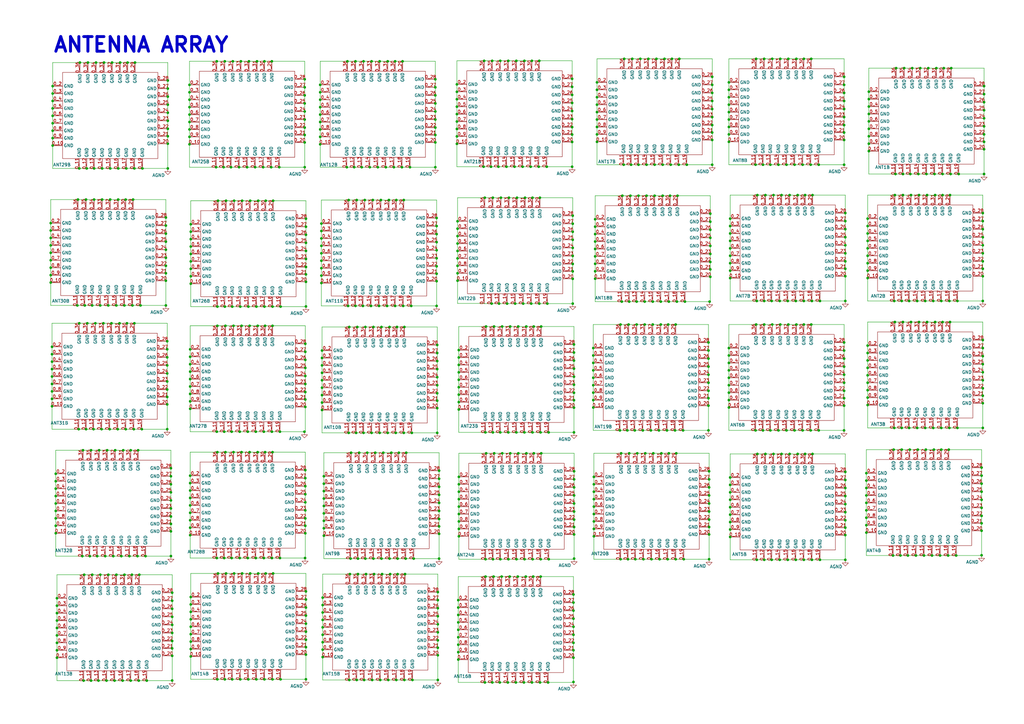
<source format=kicad_sch>
(kicad_sch (version 20250114) (generator "eeschema") (generator_version "9.0")
  (paper "A3")
  (text "ANTENNA ARRAY" (at 57.912 18.542 0) (effects (font (size 6 6) (thickness 1.2) (bold yes))))
  (junction (at 373.634 132.08))
  (junction (at 125.4866 92.9847))
  (junction (at 179.324 164.338))
  (junction (at 77.724 43.942))
  (junction (at 153.924 185.674))
  (junction (at 403.606 41.91))
  (junction (at 211.2824 124.5168))
  (junction (at 169.672 229.108))
  (junction (at 292.1 51.308))
  (junction (at 31.7184 125.2779))
  (junction (at 168.656 125.476))
  (junction (at 214.884 279.908))
  (junction (at 150.622 185.674))
  (junction (at 235.4124 141.2808))
  (junction (at 258.064 123.698))
  (junction (at 125.2326 160.8027))
  (junction (at 34.7664 125.2779))
  (junction (at 125.2326 192.8067))
  (junction (at 95.504 25.146))
  (junction (at 180.086 206.248))
  (junction (at 47.7204 125.2779))
  (junction (at 218.9024 133.9148))
  (junction (at 150.114 235.458))
  (junction (at 244.856 36.83))
  (junction (at 104.9126 177.0587))
  (junction (at 290.576 156.972))
  (junction (at 218.44 229.362))
  (junction (at 54.3244 125.2779))
  (junction (at 217.6324 68.3828))
  (junction (at 403.098 146.05))
  (junction (at 277.114 133.096))
  (junction (at 77.9886 219.4767))
  (junction (at 218.694 236.474))
  (junction (at 355.854 101.854))
  (junction (at 105.41 25.146))
  (junction (at 92.7206 82.3167))
  (junction (at 78.232 266.192))
  (junction (at 158.242 68.58))
  (junction (at 101.6106 228.8747))
  (junction (at 156.464 229.108))
  (junction (at 23.368 263.652))
  (junction (at 47.752 235.712))
  (junction (at 68.0404 95.8139))
  (junction (at 124.968 68.58))
  (junction (at 68.834 55.88))
  (junction (at 393.192 71.374))
  (junction (at 215.8544 133.9148))
  (junction (at 271.018 123.698))
  (junction (at 370.332 132.08))
  (junction (at 187.6604 99.8788))
  (junction (at 108.966 235.204))
  (junction (at 376.428 184.404))
  (junction (at 346.202 166.37))
  (junction (at 57.15 235.712))
  (junction (at 21.336 142.24))
  (junction (at 95.2606 125.7507))
  (junction (at 131.826 113.03))
  (junction (at 78.2426 110.2567))
  (junction (at 77.9886 152.4207))
  (junction (at 114.8186 228.8747))
  (junction (at 156.21 82.042))
  (junction (at 346.202 156.972))
  (junction (at 68.834 39.624))
  (junction (at 146.812 229.108))
  (junction (at 290.83 206.502))
  (junction (at 217.8864 124.5168))
  (junction (at 403.098 149.352))
  (junction (at 372.364 227.838))
  (junction (at 166.116 235.458))
  (junction (at 313.944 80.01))
  (junction (at 376.174 175.514))
  (junction (at 125.4866 89.6827))
  (junction (at 125.476 252.476))
  (junction (at 254.508 229.362))
  (junction (at 355.854 114.046))
  (junction (at 125.2326 154.1987))
  (junction (at 235.458 216.154))
  (junction (at 41.1164 125.2779))
  (junction (at 319.278 176.53))
  (junction (at 132.08 149.86))
  (junction (at 235.204 279.714))
  (junction (at 38.608 69.088))
  (junction (at 224.4904 124.5168))
  (junction (at 298.958 33.782))
  (junction (at 221.742 229.362))
  (junction (at 89.154 278.638))
  (junction (at 159.766 134.112))
  (junction (at 218.3944 177.3488))
  (junction (at 179.578 259.334))
  (junction (at 51.0224 125.2779))
  (junction (at 298.958 42.926))
  (junction (at 78.2426 98.0647))
  (junction (at 131.318 46.99))
  (junction (at 356.362 46.736))
  (junction (at 152.146 125.476))
  (junction (at 208.4884 177.3488))
  (junction (at 187.96 258.318))
  (junction (at 325.882 176.53))
  (junction (at 205.1864 24.9488))
  (junction (at 131.318 56.134))
  (junction (at 23.368 251.46))
  (junction (at 355.854 110.998))
  (junction (at 46.99 279.146))
  (junction (at 51.5304 81.8439))
  (junction (at 402.59 208.28))
  (junction (at 346.202 57.404))
  (junction (at 244.094 89.916))
  (junction (at 149.098 25.146))
  (junction (at 327.152 80.01))
  (junction (at 180.086 212.852))
  (junction (at 49.784 228.092))
  (junction (at 40.64 184.658))
  (junction (at 388.874 227.838))
  (junction (at 95.7686 185.4407))
  (junction (at 299.466 204.978))
  (junction (at 101.6106 177.0587))
  (junction (at 77.724 40.894))
  (junction (at 68.0404 105.7199))
  (junction (at 234.6504 48.8248))
  (junction (at 281.686 67.564))
  (junction (at 77.724 50.038))
  (junction (at 403.098 165.354))
  (junction (at 323.088 229.616))
  (junction (at 91.694 68.58))
  (junction (at 179.07 125.476))
  (junction (at 234.6504 42.2208))
  (junction (at 261.366 185.928))
  (junction (at 188.1684 149.6628))
  (junction (at 78.2426 113.3047))
  (junction (at 78.2426 107.2087))
  (junction (at 179.324 167.386))
  (junction (at 329.184 176.53))
  (junction (at 376.936 80.01))
  (junction (at 88.9106 228.8747))
  (junction (at 102.3726 185.4407))
  (junction (at 235.4124 177.3488))
  (junction (at 149.606 82.042))
  (junction (at 332.486 176.53))
  (junction (at 78.2426 104.1607))
  (junction (at 33.782 228.092))
  (junction (at 37.338 279.146))
  (junction (at 187.96 264.414))
  (junction (at 199.39 185.928))
  (junction (at 159.004 177.546))
  (junction (at 257.302 176.53))
  (junction (at 313.944 186.182))
  (junction (at 403.098 107.188))
  (junction (at 42.418 132.588))
  (junction (at 271.018 133.096))
  (junction (at 320.548 80.01))
  (junction (at 89.1646 133.6247))
  (junction (at 91.9586 177.0587))
  (junction (at 88.9106 177.0587))
  (junction (at 224.9984 177.3488))
  (junction (at 178.562 35.814))
  (junction (at 299.466 89.662))
  (junction (at 211.7904 177.3488))
  (junction (at 209.042 236.474))
  (junction (at 201.6304 124.5168))
  (junction (at 188.1684 164.9028))
  (junction (at 132.08 159.004))
  (junction (at 179.07 112.268))
  (junction (at 89.1646 125.7507))
  (junction (at 21.59 50.546))
  (junction (at 310.134 133.096))
  (junction (at 218.3944 81.0828))
  (junction (at 355.854 95.758))
  (junction (at 68.58 156.464))
  (junction (at 292.1 48.006))
  (junction (at 257.81 133.096))
  (junction (at 131.318 40.894))
  (junction (at 317.246 80.01))
  (junction (at 68.0404 102.4179))
  (junction (at 77.724 37.846))
  (junction (at 298.958 145.796))
  (junction (at 221.1884 24.9488))
  (junction (at 55.118 132.588))
  (junction (at 160.02 235.458))
  (junction (at 165.608 177.546))
  (junction (at 291.338 110.49))
  (junction (at 403.098 93.98))
  (junction (at 292.1 67.564))
  (junction (at 298.958 157.988))
  (junction (at 125.2326 196.1087))
  (junction (at 274.066 133.096))
  (junction (at 244.094 114.3))
  (junction (at 235.204 269.748))
  (junction (at 70.612 246.38))
  (junction (at 32.512 132.588))
  (junction (at 58.166 176.022))
  (junction (at 132.842 213.614))
  (junction (at 163.576 185.674))
  (junction (at 290.576 163.322))
  (junction (at 70.612 268.986))
  (junction (at 187.6604 102.9268))
  (junction (at 243.332 161.036))
  (junction (at 298.958 151.892))
  (junction (at 298.958 164.084))
  (junction (at 132.08 143.764))
  (junction (at 355.346 218.44))
  (junction (at 111.5166 177.0587))
  (junction (at 111.5166 228.8747))
  (junction (at 267.716 123.698))
  (junction (at 243.586 198.628))
  (junction (at 178.562 68.58))
  (junction (at 22.86 194.31))
  (junction (at 202.438 236.474))
  (junction (at 402.59 204.978))
  (junction (at 54.864 176.022))
  (junction (at 386.08 184.404))
  (junction (at 78.232 254))
  (junction (at 201.93 279.908))
  (junction (at 370.332 80.01))
  (junction (at 366.776 123.444))
  (junction (at 53.594 279.146))
  (junction (at 235.204 266.7))
  (junction (at 369.316 227.838))
  (junction (at 260.604 229.362))
  (junction (at 243.332 154.94))
  (junction (at 131.826 97.79))
  (junction (at 178.562 39.116))
  (junction (at 32.258 176.022))
  (junction (at 187.96 252.222))
  (junction (at 92.202 25.146))
  (junction (at 77.9886 167.6607))
  (junction (at 325.882 67.564))
  (junction (at 179.07 89.408))
  (junction (at 101.854 278.638))
  (junction (at 54.102 235.712))
  (junction (at 70.104 192.024))
  (junction (at 243.586 219.964))
  (junction (at 22.86 209.55))
  (junction (at 68.58 153.162))
  (junction (at 385.572 227.838))
  (junction (at 336.296 229.616))
  (junction (at 403.098 155.956))
  (junction (at 355.854 144.78))
  (junction (at 392.684 175.514))
  (junction (at 384.048 27.94))
  (junction (at 159.004 25.146))
  (junction (at 382.27 227.838))
  (junction (at 313.436 24.13))
  (junction (at 299.466 107.95))
  (junction (at 299.466 211.074))
  (junction (at 77.9886 164.6127))
  (junction (at 244.856 55.118))
  (junction (at 317.246 186.182))
  (junction (at 298.958 36.83))
  (junction (at 243.586 210.82))
  (junction (at 319.278 67.564))
  (junction (at 225.044 229.362))
  (junction (at 403.606 58.166))
  (junction (at 267.208 229.362))
  (junction (at 261.874 67.564))
  (junction (at 179.324 141.478))
  (junction (at 104.648 68.58))
  (junction (at 155.702 177.546))
  (junction (at 179.324 144.78))
  (junction (at 346.71 203.454))
  (junction (at 68.0404 89.2099))
  (junction (at 45.1804 81.8439))
  (junction (at 105.6746 133.6247))
  (junction (at 187.96 261.366))
  (junction (at 383.54 132.08))
  (junction (at 53.086 228.092))
  (junction (at 105.1666 125.7507))
  (junction (at 188.214 219.964))
  (junction (at 235.204 263.652))
  (junction (at 51.054 235.712))
  (junction (at 179.07 99.314))
  (junction (at 145.288 68.58))
  (junction (at 132.334 251.206))
  (junction (at 319.786 123.444))
  (junction (at 96.012 235.204))
  (junction (at 224.2364 68.3828))
  (junction (at 234.6504 32.3148))
  (junction (at 290.83 213.106))
  (junction (at 104.9126 228.8747))
  (junction (at 346.202 48.006))
  (junction (at 355.346 197.104))
  (junction (at 346.71 103.886))
  (junction (at 188.214 195.58))
  (junction (at 234.6504 68.3828))
  (junction (at 402.59 217.678))
  (junction (at 146.05 177.546))
  (junction (at 244.094 105.156))
  (junction (at 369.824 123.444))
  (junction (at 178.562 45.72))
  (junction (at 41.656 176.022))
  (junction (at 263.906 229.362))
  (junction (at 235.204 253.746))
  (junction (at 261.112 123.698))
  (junction (at 21.336 154.432))
  (junction (at 290.576 166.37))
  (junction (at 244.094 102.108))
  (junction (at 77.9886 146.3247))
  (junction (at 355.346 194.056))
  (junction (at 205.232 229.362))
  (junction (at 125.4866 99.5887))
  (junction (at 235.458 199.898))
  (junction (at 208.28 279.908))
  (junction (at 21.336 163.576))
  (junction (at 132.842 219.71))
  (junction (at 68.0404 112.0699))
  (junction (at 146.812 235.458))
  (junction (at 111.506 25.146))
  (junction (at 346.71 97.282))
  (junction (at 376.174 123.444))
  (junction (at 261.874 80.264))
  (junction (at 125.2326 166.8987))
  (junction (at 292.1 41.402))
  (junction (at 243.332 167.132))
  (junction (at 290.576 143.764))
  (junction (at 70.104 201.93))
  (junction (at 77.724 34.798))
  (junction (at 258.826 67.564))
  (junction (at 21.336 166.624))
  (junction (at 276.86 176.53))
  (junction (at 382.778 175.514))
  (junction (at 132.334 245.11))
  (junction (at 290.83 229.362))
  (junction (at 20.7964 97.5919))
  (junction (at 41.91 69.088))
  (junction (at 323.85 80.01))
  (junction (at 155.956 278.892))
  (junction (at 244.856 42.926))
  (junction (at 124.968 45.72))
  (junction (at 132.842 195.326))
  (junction (at 310.388 229.616))
  (junction (at 179.578 268.732))
  (junction (at 162.814 134.112))
  (junction (at 322.58 176.53))
  (junction (at 211.7904 24.9488))
  (junction (at 70.612 265.938))
  (junction (at 268.478 80.264))
  (junction (at 78.2426 95.0167))
  (junction (at 346.71 219.456))
  (junction (at 180.086 215.9))
  (junction (at 355.854 107.95))
  (junction (at 383.286 71.374))
  (junction (at 367.03 80.01))
  (junction (at 68.0404 99.1159))
  (junction (at 45.974 25.654))
  (junction (at 403.606 38.608))
  (junction (at 188.214 216.916))
  (junction (at 148.336 68.58))
  (junction (at 346.202 44.704))
  (junction (at 187.4064 34.6008))
  (junction (at 292.1 38.1))
  (junction (at 108.9766 82.3167))
  (junction (at 367.03 132.08))
  (junction (at 273.812 229.362))
  (junction (at 132.842 204.47))
  (junction (at 235.204 243.84))
  (junction (at 68.834 46.228))
  (junction (at 264.668 185.928))
  (junction (at 218.1404 24.9488))
  (junction (at 188.214 204.724))
  (junction (at 179.578 252.73))
  (junction (at 379.476 123.444))
  (junction (at 32.512 69.088))
  (junction (at 335.788 67.564))
  (junction (at 155.702 25.146))
  (junction (at 95.0066 228.8747))
  (junction (at 215.9 185.928))
  (junction (at 125.476 249.174))
  (junction (at 147.32 185.674))
  (junction (at 165.1 25.146))
  (junction (at 20.7964 103.6879))
  (junction (at 101.346 68.58))
  (junction (at 270.51 229.362))
  (junction (at 178.562 52.324))
  (junction (at 131.318 59.182))
  (junction (at 132.334 266.446))
  (junction (at 47.244 184.658))
  (junction (at 77.9886 149.3727))
  (junction (at 346.71 87.376))
  (junction (at 235.458 213.106))
  (junction (at 111.7706 125.7507))
  (junction (at 258.572 80.264))
  (junction (at 299.466 92.71))
  (junction (at 299.466 208.026))
  (junction (at 403.606 48.514))
  (junction (at 178.562 58.42))
  (junction (at 235.4124 154.4888))
  (junction (at 235.204 260.35))
  (junction (at 125.476 265.43))
  (junction (at 235.4124 144.5828))
  (junction (at 277.876 80.264))
  (junction (at 21.59 38.354))
  (junction (at 382.778 123.444))
  (junction (at 323.342 24.13))
  (junction (at 379.476 175.514))
  (junction (at 403.098 162.306))
  (junction (at 68.58 139.954))
  (junction (at 22.86 215.646))
  (junction (at 187.6604 109.0228))
  (junction (at 49.276 25.654))
  (junction (at 255.016 123.698))
  (junction (at 333.248 80.01))
  (junction (at 45.212 69.088))
  (junction (at 22.86 218.694))
  (junction (at 43.688 279.146))
  (junction (at 77.724 56.134))
  (junction (at 187.96 246.126))
  (junction (at 20.7964 106.7359))
  (junction (at 178.562 49.022))
  (junction (at 290.576 150.368))
  (junction (at 108.458 278.638))
  (junction (at 403.606 45.212))
  (junction (at 70.612 243.078))
  (junction (at 32.766 25.654))
  (junction (at 152.908 82.042))
  (junction (at 51.562 176.022))
  (junction (at 68.834 42.926))
  (junction (at 299.466 195.834))
  (junction (at 92.2126 125.7507))
  (junction (at 187.6604 112.0708))
  (junction (at 131.826 100.838))
  (junction (at 346.71 113.284))
  (junction (at 355.854 150.876))
  (junction (at 367.538 27.94))
  (junction (at 70.104 195.326))
  (junction (at 298.958 58.166))
  (junction (at 274.32 185.928))
  (junction (at 366.776 175.514))
  (junction (at 346.202 51.308))
  (junction (at 180.086 218.948))
  (junction (at 48.26 176.022))
  (junction (at 346.71 196.85))
  (junction (at 164.846 68.58))
  (junction (at 188.214 201.676))
  (junction (at 95.25 278.638))
  (junction (at 21.336 157.48))
  (junction (at 386.08 123.444))
  (junction (at 95.0066 177.0587))
  (junction (at 132.842 207.518))
  (junction (at 124.968 55.372))
  (junction (at 187.4064 55.9368))
  (junction (at 290.83 209.804))
  (junction (at 234.6504 55.1748))
  (junction (at 218.186 279.908))
  (junction (at 77.9886 216.4287))
  (junction (at 132.842 216.662))
  (junction (at 152.654 278.892))
  (junction (at 143.256 278.892))
  (junction (at 265.176 80.264))
  (junction (at 356.362 49.784))
  (junction (at 346.71 213.36))
  (junction (at 153.416 235.458))
  (junction (at 346.202 160.274))
  (junction (at 125.2326 199.4107))
  (junction (at 234.6504 52.1268))
  (junction (at 20.7964 112.8319))
  (junction (at 132.334 257.302))
  (junction (at 125.2326 144.2927))
  (junction (at 204.978 279.908))
  (junction (at 111.76 278.638))
  (junction (at 315.976 67.564))
  (junction (at 244.856 39.878))
  (junction (at 20.7964 91.4959))
  (junction (at 68.834 52.832))
  (junction (at 68.58 146.558))
  (junction (at 21.59 35.306))
  (junction (at 22.86 206.502))
  (junction (at 208.4884 24.9488))
  (junction (at 125.4866 125.688))
  (junction (at 201.8844 24.9488))
  (junction (at 50.546 184.658))
  (junction (at 188.1684 161.8548))
  (junction (at 267.97 185.928))
  (junction (at 214.3304 68.3828))
  (junction (at 166.624 185.674))
  (junction (at 131.318 53.086))
  (junction (at 346.202 54.356))
  (junction (at 355.854 141.732))
  (junction (at 77.9886 213.3807))
  (junction (at 212.0444 81.0828))
  (junction (at 212.5524 133.9148))
  (junction (at 326.39 229.616))
  (junction (at 204.6784 124.5168))
  (junction (at 178.562 32.512))
  (junction (at 125.2326 202.7127))
  (junction (at 21.59 56.642))
  (junction (at 299.466 95.758))
  (junction (at 125.2326 215.6667))
  (junction (at 188.1684 158.8068))
  (junction (at 373.634 80.01))
  (junction (at 180.086 196.342))
  (junction (at 56.388 228.092))
  (junction (at 316.484 229.616))
  (junction (at 48.4824 81.8439))
  (junction (at 43.18 228.092))
  (junction (at 323.088 123.444))
  (junction (at 44.4184 125.2779))
  (junction (at 403.098 123.444))
  (junction (at 142.494 25.146))
  (junction (at 77.9886 198.1407))
  (junction (at 187.96 267.462))
  (junction (at 187.4064 58.9848))
  (junction (at 77.9886 204.2367))
  (junction (at 298.958 167.132))
  (junction (at 374.142 27.94))
  (junction (at 125.2326 209.3167))
  (junction (at 277.114 229.362))
  (junction (at 198.882 279.908))
  (junction (at 309.88 67.564))
  (junction (at 356.362 43.688))
  (junction (at 299.466 98.806))
  (junction (at 153.162 134.112))
  (junction (at 264.414 133.096))
  (junction (at 402.59 211.582))
  (junction (at 215.646 236.474))
  (junction (at 332.994 123.444))
  (junction (at 22.86 197.358))
  (junction (at 105.9286 82.3167))
  (junction (at 68.834 33.02))
  (junction (at 187.4064 43.7448))
  (junction (at 298.958 39.878))
  (junction (at 243.332 157.988))
  (junction (at 102.108 25.146))
  (junction (at 332.486 67.564))
  (junction (at 78.232 263.144))
  (junction (at 39.878 228.092))
  (junction (at 346.1762 176.53))
  (junction (at 383.032 184.404))
  (junction (at 92.71 235.204))
  (junction (at 235.4124 161.0928))
  (junction (at 111.7706 133.6247))
  (junction (at 212.598 185.928))
  (junction (at 37.8144 125.2779))
  (junction (at 145.796 125.476))
  (junction (at 290.83 196.596))
  (junction (at 108.7226 185.4407))
  (junction (at 77.9886 207.2847))
  (junction (at 270.256 176.53))
  (junction (at 91.9586 228.8747))
  (junction (at 336.296 123.444))
  (junction (at 234.6504 38.9188))
  (junction (at 221.996 185.928))
  (junction (at 125.476 255.778))
  (junction (at 22.86 212.598))
  (junction (at 68.0404 92.5119))
  (junction (at 355.346 215.392))
  (junction (at 31.9724 81.8439))
  (junction (at 48.514 69.088))
  (junction (at 131.318 34.798))
  (junction (at 68.58 176.022))
  (junction (at 132.842 201.422))
  (junction (at 235.4124 151.1868))
  (junction (at 125.2326 206.0147))
  (junction (at 68.834 49.53))
  (junction (at 292.1 54.356))
  (junction (at 254.508 133.096))
  (junction (at 132.08 152.908))
  (junction (at 346.202 163.322))
  (junction (at 221.1884 124.5168))
  (junction (at 332.74 133.096))
  (junction (at 205.4404 81.0828))
  (junction (at 278.384 67.564))
  (junction (at 70.104 228.0743))
  (junction (at 355.854 153.924))
  (junction (at 299.466 198.882))
  (junction (at 131.826 106.934))
  (junction (at 389.636 80.01))
  (junction (at 299.466 110.998))
  (junction (at 59.69 228.092))
  (junction (at 403.098 113.284))
  (junction (at 23.368 260.604))
  (junction (at 346.71 93.98))
  (junction (at 202.692 185.928))
  (junction (at 260.35 176.53))
  (junction (at 234.9044 101.6568))
  (junction (at 291.338 107.442))
  (junction (at 70.104 217.932))
  (junction (at 20.7964 94.5439))
  (junction (at 280.162 176.53))
  (junction (at 355.854 160.02))
  (junction (at 21.336 145.288))
  (junction (at 234.9044 95.0528))
  (junction (at 56.642 184.658))
  (junction (at 132.334 260.35))
  (junction (at 235.4124 157.7908))
  (junction (at 290.83 199.898))
  (junction (at 132.842 198.374))
  (junction (at 271.78 67.564))
  (junction (at 254.254 176.53))
  (junction (at 145.796 25.146))
  (junction (at 154.94 68.58))
  (junction (at 234.9044 124.5168))
  (junction (at 392.684 123.444))
  (junction (at 275.59 24.13))
  (junction (at 244.094 99.06))
  (junction (at 35.306 176.022))
  (junction (at 198.3284 68.3828))
  (junction (at 235.4124 164.1408))
  (junction (at 124.968 35.814))
  (junction (at 244.094 111.252))
  (junction (at 234.9044 111.3088))
  (junction (at 78.2426 91.9687))
  (junction (at 316.738 24.13))
  (junction (at 77.9886 155.4687))
  (junction (at 143.002 82.042))
  (junction (at 312.928 176.53))
  (junction (at 53.594 184.658))
  (junction (at 254.762 185.928))
  (junction (at 102.3726 133.6247))
  (junction (at 198.8364 81.0828))
  (junction (at 234.9044 108.2608))
  (junction (at 131.318 37.846))
  (junction (at 274.32 123.698))
  (junction (at 320.04 24.13))
  (junction (at 403.098 100.584))
  (junction (at 198.5824 24.9488))
  (junction (at 298.958 154.94))
  (junction (at 291.338 113.538))
  (junction (at 107.95 68.58))
  (junction (at 155.448 125.476))
  (junction (at 402.59 198.374))
  (junction (at 202.6464 133.9148))
  (junction (at 70.104 198.628))
  (junction (at 37.846 235.712))
  (junction (at 355.854 92.71))
  (junction (at 234.6504 35.6168))
  (junction (at 264.414 123.698))
  (junction (at 180.086 229.108))
  (junction (at 78.2426 116.3527))
  (junction (at 346.71 123.444))
  (junction (at 274.828 80.264))
  (junction (at 38.5764 81.8439))
  (junction (at 224.79 279.908))
  (junction (at 98.044 68.58))
  (junction (at 292.1 57.404))
  (junction (at 257.556 229.362))
  (junction (at 377.444 27.94))
  (junction (at 221.488 279.908))
  (junction (at 70.104 214.884))
  (junction (at 179.07 92.71))
  (junction (at 161.544 68.58))
  (junction (at 124.968 49.022))
  (junction (at 108.458 25.146))
  (junction (at 403.098 90.678))
  (junction (at 355.346 209.296))
  (junction (at 187.4064 40.6968))
  (junction (at 211.836 229.362))
  (junction (at 108.7226 133.6247))
  (junction (at 258.064 185.928))
  (junction (at 132.334 254.254))
  (junction (at 102.616 235.204))
  (junction (at 320.04 133.096))
  (junction (at 125.476 278.6074))
  (junction (at 187.4064 52.8888))
  (junction (at 290.83 219.202))
  (junction (at 310.134 24.13))
  (junction (at 323.342 133.096))
  (junction (at 70.612 249.682))
  (junction (at 214.5844 124.5168))
  (junction (at 235.458 196.596))
  (junction (at 256.032 24.13))
  (junction (at 131.826 94.742))
  (junction (at 209.2504 133.9148))
  (junction (at 78.232 257.048))
  (junction (at 290.576 140.462))
  (junction (at 162.56 278.892))
  (junction (at 96.0226 82.3167))
  (junction (at 244.856 49.022))
  (junction (at 180.086 193.04))
  (junction (at 49.022 132.588))
  (junction (at 218.948 185.928))
  (junction (at 157.226 185.674))
  (junction (at 144.018 185.674))
  (junction (at 290.576 160.274))
  (junction (at 372.872 175.514))
  (junction (at 55.372 25.654))
  (junction (at 356.362 40.64))
  (junction (at 70.104 205.232))
  (junction (at 132.08 162.052))
  (junction (at 179.578 256.032))
  (junction (at 70.612 262.89))
  (junction (at 310.642 186.182))
  (junction (at 68.58 165.862))
  (junction (at 158.75 125.476))
  (junction (at 355.346 212.344))
  (junction (at 355.854 98.806))
  (junction (at 290.576 176.5123))
  (junction (at 243.332 145.796))
  (junction (at 149.86 134.112))
  (junction (at 111.7706 185.4407))
  (junction (at 380.238 132.08))
  (junction (at 34.29 279.146))
  (junction (at 169.164 278.892))
  (junction (at 78.232 250.952))
  (junction (at 77.724 53.086))
  (junction (at 125.2326 163.8507))
  (junction (at 156.718 235.458))
  (junction (at 187.4064 37.6488))
  (junction (at 92.4666 185.4407))
  (junction (at 265.938 24.13))
  (junction (at 70.612 259.588))
  (junction (at 346.71 110.236))
  (junction (at 402.59 195.072))
  (junction (at 58.42 69.088))
  (junction (at 125.476 242.57))
  (junction (at 244.094 92.964))
  (junction (at 125.4866 96.2867))
  (junction (at 131.318 50.038))
  (junction (at 235.458 229.1009))
  (junction (at 369.824 184.404))
  (junction (at 20.7964 115.8799))
  (junction (at 51.816 69.088))
  (junction (at 346.71 216.408))
  (junction (at 44.958 176.022))
  (junction (at 235.458 203.2))
  (junction (at 178.562 42.418))
  (junction (at 202.184 229.362))
  (junction (at 403.098 152.654))
  (junction (at 68.0404 125.2779))
  (junction (at 112.0246 82.3167))
  (junction (at 131.826 103.886))
  (junction (at 243.586 195.58))
  (junction (at 146.304 82.042))
  (junction (at 356.362 58.928))
  (junction (at 243.332 151.892))
  (junction (at 290.576 147.066))
  (junction (at 346.202 41.402))
  (junction (at 112.014 235.204))
  (junction (at 389.382 123.444))
  (junction (at 78.2426 101.1127))
  (junction (at 188.1684 155.7588))
  (junction (at 187.6604 115.1188))
  (junction (at 215.0924 24.9488))
  (junction (at 89.4186 82.3167))
  (junction (at 215.3464 81.0828))
  (junction (at 187.6604 93.7828))
  (junction (at 125.4866 102.8907))
  (junction (at 346.71 229.616))
  (junction (at 187.6604 96.8308))
  (junction (at 125.2326 218.7147))
  (junction (at 36.83 228.092))
  (junction (at 221.4424 81.0828))
  (junction (at 165.862 278.892))
  (junction (at 132.334 263.398))
  (junction (at 168.148 68.58))
  (junction (at 330.2 186.182))
  (junction (at 332.74 24.13))
  (junction (at 125.1184 228.8747))
  (junction (at 108.2146 177.0587))
  (junction (at 310.388 123.444))
  (junction (at 149.86 229.108))
  (junction (at 163.068 235.458))
  (junction (at 403.098 87.376))
  (junction (at 315.976 176.53))
  (junction (at 329.692 229.616))
  (junction (at 179.578 278.892))
  (junction (at 166.37 229.108))
  (junction (at 125.4866 106.1927))
  (junction (at 235.458 193.294))
  (junction (at 261.112 133.096))
  (junction (at 132.08 165.1))
  (junction (at 355.854 166.116))
  (junction (at 114.8186 177.0587))
  (junction (at 39.37 25.654))
  (junction (at 57.6264 125.2779))
  (junction (at 291.338 104.14))
  (junction (at 356.362 61.976))
  (junction (at 179.324 148.082))
  (junction (at 165.354 125.476))
  (junction (at 52.07 132.588))
  (junction (at 89.408 235.204))
  (junction (at 259.334 24.13))
  (junction (at 46.482 228.092))
  (junction (at 199.0904 177.3488))
  (junction (at 70.612 256.286))
  (junction (at 322.58 67.564))
  (junction (at 316.738 133.096))
  (junction (at 41.148 235.712))
  (junction (at 234.9044 88.4488))
  (junction (at 403.098 142.748))
  (junction (at 244.856 58.166))
  (junction (at 243.586 204.724))
  (junction (at 77.9886 161.5647))
  (junction (at 403.606 51.816))
  (junction (at 403.098 139.446))
  (junction (at 94.742 68.58))
  (junction (at 188.1684 167.9508))
  (junction (at 21.59 47.498))
  (junction (at 310.642 80.01))
  (junction (at 179.07 102.616))
  (junction (at 115.0726 125.7507))
  (junction (at 379.73 184.404))
  (junction (at 125.476 259.08))
  (junction (at 280.924 123.698))
  (junction (at 235.4124 167.1888))
  (junction (at 70.104 211.836))
  (junction (at 143.256 134.112))
  (junction (at 234.6504 58.2228))
  (junction (at 299.466 220.218))
  (junction (at 78.232 247.904))
  (junction (at 199.3444 133.9148))
  (junction (at 21.336 160.528))
  (junction (at 124.968 52.324))
  (junction (at 68.0404 109.0219))
  (junction (at 355.854 89.662))
  (junction (at 23.368 248.412))
  (junction (at 273.558 176.53))
  (junction (at 267.716 133.096))
  (junction (at 132.08 146.812))
  (junction (at 89.1646 185.4407))
  (junction (at 42.672 25.654))
  (junction (at 392.176 227.838))
  (junction (at 108.4686 125.7507))
  (junction (at 125.4866 112.5427))
  (junction (at 179.07 115.316))
  (junction (at 235.204 247.142))
  (junction (at 298.958 55.118))
  (junction (at 298.958 45.974))
  (junction (at 21.59 41.402))
  (junction (at 376.936 132.08))
  (junction (at 95.7686 133.6247))
  (junction (at 380.746 27.94))
  (junction (at 98.3086 177.0587))
  (junction (at 291.338 90.932))
  (junction (at 355.854 147.828))
  (junction (at 143.002 177.546))
  (junction (at 77.9886 195.0927))
  (junction (at 244.856 52.07))
  (junction (at 329.692 24.13))
  (junction (at 125.476 268.478))
  (junction (at 277.368 185.928))
  (junction (at 298.958 148.844))
  (junction (at 309.88 176.53))
  (junction (at 105.156 278.638))
  (junction (at 292.1 31.496))
  (junction (at 204.4244 68.3828))
  (junction (at 149.352 278.892))
  (junction (at 56.896 279.146))
  (junction (at 205.74 236.474))
  (junction (at 41.8784 81.8439))
  (junction (at 386.588 80.01))
  (junction (at 132.334 248.158))
  (junction (at 387.096 27.94))
  (junction (at 38.354 176.022))
  (junction (at 272.542 24.13))
  (junction (at 101.8646 125.7507))
  (junction (at 23.368 269.748))
  (junction (at 355.854 156.972))
  (junction (at 148.844 125.476))
  (junction (at 180.086 209.55))
  (junction (at 379.984 71.374))
  (junction (at 316.484 123.444))
  (junction (at 320.548 186.182))
  (junction (at 235.204 257.048))
  (junction (at 98.552 278.638))
  (junction (at 346.71 90.678))
  (junction (at 290.576 153.67))
  (junction (at 269.24 24.13))
  (junction (at 235.204 250.444))
  (junction (at 221.742 236.474))
  (junction (at 212.344 236.474))
  (junction (at 346.71 206.756))
  (junction (at 355.346 200.152))
  (junction (at 355.854 104.902))
  (junction (at 375.666 227.838))
  (junction (at 152.4 177.546))
  (junction (at 202.1384 177.3488))
  (junction (at 243.586 216.916))
  (junction (at 34.544 235.712))
  (junction (at 329.692 133.096))
  (junction (at 215.0924 177.3488))
  (junction (at 356.362 52.832))
  (junction (at 179.324 151.384))
  (junction (at 355.854 163.068))
  (junction (at 39.116 132.588))
  (junction (at 179.324 157.988))
  (junction (at 68.58 162.814))
  (junction (at 299.466 217.17))
  (junction (at 202.1384 81.0828))
  (junction (at 131.318 43.942))
  (junction (at 215.138 229.362))
  (junction (at 346.202 143.764))
  (junction (at 78.232 260.096))
  (junction (at 403.098 103.886))
  (junction (at 319.786 229.616))
  (junction (at 92.4666 133.6247))
  (junction (at 255.778 67.564))
  (junction (at 263.652 176.53))
  (junction (at 21.336 151.384))
  (junction (at 243.332 148.844))
  (junction (at 298.958 142.748))
  (junction (at 20.7964 100.6399))
  (junction (at 77.9886 210.3327))
  (junction (at 163.068 229.108))
  (junction (at 179.324 177.546))
  (junction (at 235.4124 147.8848))
  (junction (at 299.466 104.902))
  (junction (at 98.3086 228.8747))
  (junction (at 142.748 125.476))
  (junction (at 389.128 184.404))
  (junction (at 292.1 34.798))
  (junction (at 149.098 177.546))
  (junction (at 323.85 186.182))
  (junction (at 402.59 191.77))
  (junction (at 271.78 80.264))
  (junction (at 346.202 140.462))
  (junction (at 142.24 68.58))
  (junction (at 179.578 262.636))
  (junction (at 205.994 185.928))
  (junction (at 180.086 202.946))
  (junction (at 291.338 100.838))
  (junction (at 369.824 175.514))
  (junction (at 165.862 134.112))
  (junction (at 125.2326 157.5007))
  (junction (at 124.968 32.512))
  (junction (at 162.56 82.042))
  (junction (at 68.834 58.928))
  (junction (at 235.458 206.502))
  (junction (at 159.512 82.042))
  (junction (at 165.608 82.042))
  (junction (at 290.83 203.2))
  (junction (at 389.89 71.374))
  (junction (at 326.39 123.444))
  (junction (at 179.07 96.012))
  (junction (at 275.082 67.564))
  (junction (at 35.56 69.088))
  (junction (at 23.368 245.364))
  (junction (at 291.338 94.234))
  (junction (at 403.606 35.306))
  (junction (at 373.38 71.374))
  (junction (at 78.232 244.856))
  (junction (at 367.284 71.374))
  (junction (at 244.856 45.974))
  (junction (at 68.0404 115.1179))
  (junction (at 188.214 213.868))
  (junction (at 235.458 219.202))
  (junction (at 333.248 186.182))
  (junction (at 335.788 176.53))
  (junction (at 125.4866 109.4947))
  (junction (at 45.72 132.588))
  (junction (at 188.1684 146.6148))
  (junction (at 52.324 25.654))
  (junction (at 124.968 42.418))
  (junction (at 234.9044 114.3568))
  (junction (at 346.71 210.058))
  (junction (at 211.0284 68.3828))
  (junction (at 299.466 201.93))
  (junction (at 44.45 235.712))
  (junction (at 220.9344 68.3828))
  (junction (at 403.098 175.514))
  (junction (at 366.268 227.838))
  (junction (at 35.2744 81.8439))
  (junction (at 346.202 153.67))
  (junction (at 68.58 149.86))
  (junction (at 88.646 68.58))
  (junction (at 346.71 193.548))
  (junction (at 313.436 123.444))
  (junction (at 111.252 68.58))
  (junction (at 125.2326 147.5947))
  (junction (at 124.968 39.116))
  (junction (at 21.336 148.336))
  (junction (at 329.184 67.564))
  (junction (at 88.9 25.146))
  (junction (at 188.214 207.772))
  (junction (at 199.136 229.362))
  (junction (at 180.086 199.644))
  (junction (at 280.416 229.362))
  (junction (at 403.606 61.214))
  (junction (at 102.6266 82.3167))
  (junction (at 99.3246 82.3167))
  (junction (at 68.58 159.766))
  (junction (at 115.062 278.638))
  (junction (at 187.4064 46.7928))
  (junction (at 99.314 235.204))
  (junction (at 132.334 269.494))
  (junction (at 211.582 279.908))
  (junction (at 178.562 55.372))
  (junction (at 78.232 269.24))
  (junction (at 221.9504 133.9148))
  (junction (at 346.71 107.188))
  (junction (at 168.91 177.546))
  (junction (at 132.842 210.566))
  (junction (at 37.338 184.658))
  (junction (at 146.304 278.892))
  (junction (at 205.1864 177.3488))
  (junction (at 68.834 69.088))
  (junction (at 131.826 116.078))
  (junction (at 131.826 91.694))
  (junction (at 208.7424 81.0828))
  (junction (at 22.86 200.406))
  (junction (at 179.578 246.126))
  (junction (at 21.59 59.69))
  (junction (at 187.6604 90.7348))
  (junction (at 346.71 200.152))
  (junction (at 36.068 25.654))
  (junction (at 70.612 252.984))
  (junction (at 234.6504 45.5228))
  (junction (at 346.202 31.496))
  (junction (at 23.368 257.556))
  (junction (at 355.346 203.2))
  (junction (at 271.272 185.928))
  (junction (at 159.258 278.892))
  (junction (at 207.9804 124.5168))
  (junction (at 266.954 176.53))
  (junction (at 162.052 25.146))
  (junction (at 291.338 97.536))
  (junction (at 234.9044 104.9588))
  (junction (at 291.338 87.63))
  (junction (at 68.58 143.256))
  (junction (at 187.96 270.51))
  (junction (at 386.588 71.374))
  (junction (at 21.59 53.594))
  (junction (at 188.214 198.628))
  (junction (at 243.586 207.772))
  (junction (at 403.606 71.374))
  (junction (at 77.9886 201.1887))
  (junction (at 327.152 186.182))
  (junction (at 209.296 185.928))
  (junction (at 108.2146 228.8747))
  (junction (at 346.202 67.564))
  (junction (at 188.1684 143.5668))
  (junction (at 372.872 123.444))
  (junction (at 268.478 67.564))
  (junction (at 105.918 235.204))
  (junction (at 386.08 175.514))
  (junction (at 356.362 55.88))
  (junction (at 77.9886 158.5167))
  (junction (at 255.27 80.264))
  (junction (at 98.806 25.146))
  (junction (at 244.094 96.012))
  (junction (at 77.724 59.182))
  (junction (at 313.436 229.616))
  (junction (at 34.036 184.658))
  (junction (at 68.834 36.322))
  (junction (at 299.466 114.046))
  (junction (at 403.606 55.118))
  (junction (at 152.4 25.146))
  (junction (at 243.332 142.748))
  (junction (at 77.9886 143.2767))
  (junction (at 162.052 125.476))
  (junction (at 291.0371 123.698))
  (junction (at 380.238 80.01))
  (junction (at 50.292 279.146))
  (junction (at 179.324 154.686))
  (junction (at 132.08 155.956))
  (junction (at 243.332 164.084))
  (junction (at 389.382 175.514))
  (junction (at 201.3764 68.3828))
  (junction (at 124.8679 177.0587))
  (junction (at 160.528 185.674))
  (junction (at 330.2 80.01))
  (junction (at 355.346 206.248))
  (junction (at 143.764 229.108))
  (junction (at 403.098 110.236))
  (junction (at 278.638 24.13))
  (junction (at 376.682 71.374))
  (junction (at 378.968 227.838))
  (junction (at 298.958 52.07))
  (junction (at 298.958 161.036))
  (junction (at 329.692 123.444))
  (junction (at 390.144 27.94))
  (junction (at 386.588 132.08))
  (junction (at 290.83 216.154))
  (junction (at 262.636 24.13))
  (junction (at 146.558 134.112))
  (junction (at 143.51 235.458))
  (junction (at 124.968 58.42))
  (junction (at 243.586 201.676))
  (junction (at 356.362 37.592))
  (junction (at 346.202 147.066))
  (junction (at 290.83 193.294))
  (junction (at 187.96 249.174))
  (junction (at 403.098 97.282))
  (junction (at 292.1 44.704))
  (junction (at 125.2326 140.9907))
  (junction (at 188.1684 152.7108))
  (junction (at 179.324 161.29))
  (junction (at 208.534 229.362))
  (junction (at 346.202 150.368))
  (junction (at 156.464 134.112))
  (junction (at 346.71 100.584))
  (junction (at 389.636 132.08))
  (junction (at 43.942 184.658))
  (junction (at 373.126 184.404))
  (junction (at 125.2326 150.8967))
  (junction (at 20.7964 109.7839))
  (junction (at 179.578 242.824))
  (junction (at 235.458 209.804))
  (junction (at 162.306 177.546))
  (junction (at 244.856 33.782))
  (junction (at 105.6746 185.4407))
  (junction (at 23.368 266.7))
  (junction (at 326.644 24.13))
  (junction (at 125.476 245.872))
  (junction (at 55.118 69.088))
  (junction (at 313.436 133.096))
  (junction (at 179.07 105.918))
  (junction (at 298.958 49.022))
  (junction (at 366.522 184.404))
  (junction (at 234.9044 98.3548))
  (junction (at 199.136 236.474))
  (junction (at 179.578 249.428))
  (junction (at 188.214 210.82))
  (junction (at 151.638 68.58))
  (junction (at 179.578 265.684))
  (junction (at 326.644 133.096))
  (junction (at 221.6964 177.3488))
  (junction (at 35.814 132.588))
  (junction (at 131.826 109.982))
  (junction (at 370.332 71.374))
  (junction (at 312.928 67.564))
  (junction (at 60.198 279.146))
  (junction (at 98.5626 125.7507))
  (junction (at 23.368 254.508))
  (junction (at 159.766 229.108))
  (junction (at 383.54 80.01))
  (junction (at 99.0706 185.4407))
  (junction (at 92.202 278.638))
  (junction (at 70.612 279.0992))
  (junction (at 153.162 229.108))
  (junction (at 132.08 168.148))
  (junction (at 40.386 279.146))
  (junction (at 346.202 38.1))
  (junction (at 370.84 27.94))
  (junction (at 54.5784 81.8439))
  (junction (at 332.994 229.616))
  (junction (at 265.176 67.564))
  (junction (at 299.466 214.122))
  (junction (at 402.59 214.63))
  (junction (at 234.9044 91.7508))
  (junction (at 187.96 255.27))
  (junction (at 207.7264 68.3828))
  (junction (at 22.86 203.454))
  (junction (at 99.0706 133.6247))
  (junction (at 187.4064 49.8408))
  (junction (at 21.59 44.45))
  (junction (at 70.104 208.534))
  (junction (at 346.202 34.798))
  (junction (at 402.59 227.7312))
  (junction (at 299.466 101.854))
  (junction (at 187.6604 105.9748))
  (junction (at 179.07 109.22))
  (junction (at 403.098 159.258))
  (junction (at 77.724 46.99))
  (junction (at 402.59 201.676))
  (junction (at 125.2326 212.6187))
  (junction (at 125.4866 115.5907))
  (junction (at 244.094 108.204))
  (junction (at 125.476 262.382))
  (junction (at 277.622 123.698))
  (junction (at 243.586 213.868))
  (junction (at 114.554 68.58))
  (junction (at 205.9484 133.9148))
  (wire (pts (xy 204.6784 124.5168) (xy 201.6304 124.5168)))
  (wire (pts (xy 77.724 59.182) (xy 77.724 56.134)))
  (wire (pts (xy 208.28 279.908) (xy 204.978 279.908)))
  (wire (pts (xy 402.59 214.63) (xy 402.59 217.678)))
  (wire (pts (xy 70.104 217.932) (xy 70.104 228.0743)))
  (wire (pts (xy 392.684 175.514) (xy 403.098 175.514)))
  (wire (pts (xy 290.576 150.368) (xy 290.576 153.67)))
  (wire (pts (xy 179.578 256.032) (xy 179.578 259.334)))
  (wire (pts (xy 234.9044 111.3088) (xy 234.9044 114.3568)))
  (wire (pts (xy 372.364 227.838) (xy 375.666 227.838)))
  (wire (pts (xy 179.324 164.338) (xy 179.324 167.386)))
  (wire (pts (xy 234.9044 114.3568) (xy 234.9044 124.5168)))
  (wire (pts (xy 70.612 256.286) (xy 70.612 259.588)))
  (wire (pts (xy 125.2326 212.6187) (xy 125.2326 215.6667)))
  (wire (pts (xy 221.1884 124.5168) (xy 217.8864 124.5168)))
  (wire (pts (xy 180.086 229.108) (xy 169.672 229.108)))
  (wire (pts (xy 131.318 50.038) (xy 131.318 53.086)))
  (wire (pts (xy 403.098 107.188) (xy 403.098 110.236)))
  (wire (pts (xy 105.1666 125.7507) (xy 101.8646 125.7507)))
  (wire (pts (xy 217.8864 124.5168) (xy 214.5844 124.5168)))
  (wire (pts (xy 259.334 24.13) (xy 262.636 24.13)))
  (wire (pts (xy 290.576 176.53) (xy 290.576 176.5123)))
  (wire (pts (xy 346.202 54.356) (xy 346.202 57.404)))
  (wire (pts (xy 264.414 133.096) (xy 267.716 133.096)))
  (wire (pts (xy 125.1184 228.8747) (xy 114.8186 228.8747)))
  (wire (pts (xy 21.336 151.384) (xy 21.336 154.432)))
  (wire (pts (xy 402.59 191.77) (xy 402.59 195.072)))
  (wire (pts (xy 131.318 34.798) (xy 131.318 37.846)))
  (wire (pts (xy 144.018 185.674) (xy 147.32 185.674)))
  (wire (pts (xy 21.59 38.354) (xy 21.59 41.402)))
  (wire (pts (xy 68.58 165.862) (xy 68.58 162.814)))
  (wire (pts (xy 77.724 59.182) (xy 77.724 68.58)))
  (wire (pts (xy 21.59 50.546) (xy 21.59 53.594)))
  (wire (pts (xy 131.318 37.846) (xy 131.318 40.894)))
  (wire (pts (xy 370.332 71.374) (xy 373.38 71.374)))
  (wire (pts (xy 70.104 184.658) (xy 70.104 192.024)))
  (wire (pts (xy 53.594 184.658) (xy 56.642 184.658)))
  (wire (pts (xy 243.332 154.94) (xy 243.332 157.988)))
  (wire (pts (xy 214.3304 68.3828) (xy 217.6324 68.3828)))
  (wire (pts (xy 162.306 177.546) (xy 159.004 177.546)))
  (wire (pts (xy 234.6504 42.2208) (xy 234.6504 45.5228)))
  (wire (pts (xy 254.508 133.096) (xy 243.332 133.096)))
  (wire (pts (xy 298.958 58.166) (xy 298.958 67.564)))
  (wire (pts (xy 180.086 215.9) (xy 180.086 218.948)))
  (wire (pts (xy 178.562 52.324) (xy 178.562 49.022)))
  (wire (pts (xy 402.59 211.582) (xy 402.59 214.63)))
  (wire (pts (xy 346.71 193.548) (xy 346.71 196.85)))
  (wire (pts (xy 235.4124 167.1888) (xy 235.4124 177.3488)))
  (wire (pts (xy 299.466 107.95) (xy 299.466 104.902)))
  (wire (pts (xy 290.83 206.502) (xy 290.83 209.804)))
  (wire (pts (xy 403.098 97.282) (xy 403.098 100.584)))
  (wire (pts (xy 346.202 143.764) (xy 346.202 147.066)))
  (wire (pts (xy 355.346 197.104) (xy 355.346 200.152)))
  (wire (pts (xy 346.202 24.13) (xy 346.202 31.496)))
  (wire (pts (xy 105.918 235.204) (xy 108.966 235.204)))
  (wire (pts (xy 153.162 134.112) (xy 156.464 134.112)))
  (wire (pts (xy 346.202 140.462) (xy 346.202 143.764)))
  (wire (pts (xy 146.304 82.042) (xy 149.606 82.042)))
  (wire (pts (xy 20.7964 106.7359) (xy 20.7964 103.6879)))
  (wire (pts (xy 387.096 27.94) (xy 390.144 27.94)))
  (wire (pts (xy 142.24 68.58) (xy 145.288 68.58)))
  (wire (pts (xy 48.26 176.022) (xy 51.562 176.022)))
  (wire (pts (xy 312.928 67.564) (xy 315.976 67.564)))
  (wire (pts (xy 188.214 185.928) (xy 188.214 195.58)))
  (wire (pts (xy 70.612 246.38) (xy 70.612 249.682)))
  (wire (pts (xy 179.324 157.988) (xy 179.324 161.29)))
  (wire (pts (xy 70.612 268.986) (xy 70.612 279.0992)))
  (wire (pts (xy 77.9886 216.4287) (xy 77.9886 219.4767)))
  (wire (pts (xy 403.098 149.352) (xy 403.098 152.654)))
  (wire (pts (xy 179.07 125.476) (xy 168.656 125.476)))
  (wire (pts (xy 218.9024 133.9148) (xy 221.9504 133.9148)))
  (wire (pts (xy 261.874 80.264) (xy 265.176 80.264)))
  (wire (pts (xy 187.96 279.908) (xy 198.882 279.908)))
  (wire (pts (xy 43.942 184.658) (xy 47.244 184.658)))
  (wire (pts (xy 132.842 204.47) (xy 132.842 201.422)))
  (wire (pts (xy 403.606 48.514) (xy 403.606 51.816)))
  (wire (pts (xy 132.08 143.764) (xy 132.08 134.112)))
  (wire (pts (xy 132.842 219.71) (xy 132.842 216.662)))
  (wire (pts (xy 77.724 37.846) (xy 77.724 34.798)))
  (wire (pts (xy 187.96 236.474) (xy 187.96 246.126)))
  (wire (pts (xy 234.9044 108.2608) (xy 234.9044 111.3088)))
  (wire (pts (xy 313.436 133.096) (xy 316.738 133.096)))
  (wire (pts (xy 290.83 199.898) (xy 290.83 203.2)))
  (wire (pts (xy 254.762 185.928) (xy 258.064 185.928)))
  (wire (pts (xy 346.202 44.704) (xy 346.202 48.006)))
  (wire (pts (xy 346.71 113.284) (xy 346.71 123.444)))
  (wire (pts (xy 44.45 235.712) (xy 47.752 235.712)))
  (wire (pts (xy 235.4124 144.5828) (xy 235.4124 147.8848)))
  (wire (pts (xy 403.098 155.956) (xy 403.098 159.258)))
  (wire (pts (xy 188.214 195.58) (xy 188.214 198.628)))
  (wire (pts (xy 21.336 157.48) (xy 21.336 160.528)))
  (wire (pts (xy 162.052 25.146) (xy 159.004 25.146)))
  (wire (pts (xy 102.108 25.146) (xy 105.41 25.146)))
  (wire (pts (xy 108.9766 82.3167) (xy 112.0246 82.3167)))
  (wire (pts (xy 39.116 132.588) (xy 35.814 132.588)))
  (wire (pts (xy 48.514 69.088) (xy 51.816 69.088)))
  (wire (pts (xy 168.148 68.58) (xy 178.562 68.58)))
  (wire (pts (xy 102.3726 185.4407) (xy 105.6746 185.4407)))
  (wire (pts (xy 78.232 244.856) (xy 78.232 247.904)))
  (wire (pts (xy 234.9044 124.5168) (xy 224.4904 124.5168)))
  (wire (pts (xy 320.548 186.182) (xy 323.85 186.182)))
  (wire (pts (xy 58.166 176.022) (xy 68.58 176.022)))
  (wire (pts (xy 346.71 229.616) (xy 336.296 229.616)))
  (wire (pts (xy 403.098 110.236) (xy 403.098 113.284)))
  (wire (pts (xy 101.8646 125.7507) (xy 98.5626 125.7507)))
  (wire (pts (xy 168.91 177.546) (xy 165.608 177.546)))
  (wire (pts (xy 320.04 133.096) (xy 323.342 133.096)))
  (wire (pts (xy 70.104 198.628) (xy 70.104 201.93)))
  (wire (pts (xy 202.692 185.928) (xy 205.994 185.928)))
  (wire (pts (xy 125.2326 202.7127) (xy 125.2326 206.0147)))
  (wire (pts (xy 291.338 90.932) (xy 291.338 94.234)))
  (wire (pts (xy 299.466 123.444) (xy 299.466 114.046)))
  (wire (pts (xy 369.824 123.444) (xy 366.776 123.444)))
  (wire (pts (xy 215.0924 177.3488) (xy 211.7904 177.3488)))
  (wire (pts (xy 224.9984 177.3488) (xy 221.6964 177.3488)))
  (wire (pts (xy 98.806 25.146) (xy 102.108 25.146)))
  (wire (pts (xy 165.1 25.146) (xy 162.052 25.146)))
  (wire (pts (xy 77.724 43.942) (xy 77.724 40.894)))
  (wire (pts (xy 132.334 263.398) (xy 132.334 266.446)))
  (wire (pts (xy 329.184 67.564) (xy 332.486 67.564)))
  (wire (pts (xy 403.606 41.91) (xy 403.606 45.212)))
  (wire (pts (xy 78.2426 104.1607) (xy 78.2426 101.1127)))
  (wire (pts (xy 115.0726 125.7507) (xy 111.7706 125.7507)))
  (wire (pts (xy 218.3944 177.3488) (xy 215.0924 177.3488)))
  (wire (pts (xy 78.2426 107.2087) (xy 78.2426 104.1607)))
  (wire (pts (xy 290.576 147.066) (xy 290.576 150.368)))
  (wire (pts (xy 32.258 176.022) (xy 35.306 176.022)))
  (wire (pts (xy 101.6106 177.0587) (xy 104.9126 177.0587)))
  (wire (pts (xy 20.7964 103.6879) (xy 20.7964 100.6399)))
  (wire (pts (xy 188.1684 133.9148) (xy 199.3444 133.9148)))
  (wire (pts (xy 146.304 278.892) (xy 143.256 278.892)))
  (wire (pts (xy 244.094 102.108) (xy 244.094 99.06)))
  (wire (pts (xy 403.606 35.306) (xy 403.606 38.608)))
  (wire (pts (xy 379.476 175.514) (xy 382.778 175.514)))
  (wire (pts (xy 367.03 132.08) (xy 370.332 132.08)))
  (wire (pts (xy 319.786 123.444) (xy 316.484 123.444)))
  (wire (pts (xy 68.58 143.256) (xy 68.58 139.954)))
  (wire (pts (xy 179.07 82.042) (xy 179.07 89.408)))
  (wire (pts (xy 243.332 133.096) (xy 243.332 142.748)))
  (wire (pts (xy 70.104 192.024) (xy 70.104 195.326)))
  (wire (pts (xy 179.07 109.22) (xy 179.07 112.268)))
  (wire (pts (xy 243.586 216.916) (xy 243.586 219.964)))
  (wire (pts (xy 78.232 244.856) (xy 78.232 235.204)))
  (wire (pts (xy 151.638 68.58) (xy 154.94 68.58)))
  (wire (pts (xy 91.9586 177.0587) (xy 95.0066 177.0587)))
  (wire (pts (xy 125.2326 185.4407) (xy 125.2326 192.8067)))
  (wire (pts (xy 235.4124 154.4888) (xy 235.4124 157.7908)))
  (wire (pts (xy 299.466 114.046) (xy 299.466 110.998)))
  (wire (pts (xy 355.854 153.924) (xy 355.854 156.972)))
  (wire (pts (xy 355.346 184.404) (xy 355.346 194.056)))
  (wire (pts (xy 23.368 245.364) (xy 23.368 248.412)))
  (wire (pts (xy 78.2426 91.9687) (xy 78.2426 95.0167)))
  (wire (pts (xy 165.608 177.546) (xy 162.306 177.546)))
  (wire (pts (xy 198.882 279.908) (xy 201.93 279.908)))
  (wire (pts (xy 68.0404 112.0699) (xy 68.0404 115.1179)))
  (wire (pts (xy 108.458 25.146) (xy 111.506 25.146)))
  (wire (pts (xy 188.214 213.868) (xy 188.214 210.82)))
  (wire (pts (xy 310.642 80.01) (xy 313.944 80.01)))
  (wire (pts (xy 235.204 243.84) (xy 235.204 247.142)))
  (wire (pts (xy 299.466 101.854) (xy 299.466 98.806)))
  (wire (pts (xy 403.098 146.05) (xy 403.098 149.352)))
  (wire (pts (xy 179.578 235.458) (xy 179.578 242.824)))
  (wire (pts (xy 346.202 163.322) (xy 346.202 166.37)))
  (wire (pts (xy 187.4064 52.8888) (xy 187.4064 55.9368)))
  (wire (pts (xy 91.694 68.58) (xy 94.742 68.58)))
  (wire (pts (xy 180.086 202.946) (xy 180.086 206.248)))
  (wire (pts (xy 292.1 44.704) (xy 292.1 48.006)))
  (wire (pts (xy 298.958 154.94) (xy 298.958 151.892)))
  (wire (pts (xy 290.576 133.096) (xy 290.576 140.462)))
  (wire (pts (xy 145.796 25.146) (xy 142.494 25.146)))
  (wire (pts (xy 32.766 25.654) (xy 36.068 25.654)))
  (wire (pts (xy 383.54 132.08) (xy 386.588 132.08)))
  (wire (pts (xy 323.342 24.13) (xy 326.644 24.13)))
  (wire (pts (xy 402.59 201.676) (xy 402.59 204.978)))
  (wire (pts (xy 309.88 67.564) (xy 312.928 67.564)))
  (wire (pts (xy 346.202 51.308) (xy 346.202 54.356)))
  (wire (pts (xy 316.738 24.13) (xy 320.04 24.13)))
  (wire (pts (xy 355.854 104.902) (xy 355.854 107.95)))
  (wire (pts (xy 278.638 24.13) (xy 292.1 24.13)))
  (wire (pts (xy 214.5844 124.5168) (xy 211.2824 124.5168)))
  (wire (pts (xy 131.826 91.694) (xy 131.826 94.742)))
  (wire (pts (xy 45.974 25.654) (xy 49.276 25.654)))
  (wire (pts (xy 187.4064 55.9368) (xy 187.4064 58.9848)))
  (wire (pts (xy 356.362 55.88) (xy 356.362 58.928)))
  (wire (pts (xy 180.086 193.04) (xy 180.086 196.342)))
  (wire (pts (xy 77.9886 158.5167) (xy 77.9886 161.5647)))
  (wire (pts (xy 274.32 185.928) (xy 277.368 185.928)))
  (wire (pts (xy 125.2326 163.8507) (xy 125.2326 166.8987)))
  (wire (pts (xy 22.86 218.694) (xy 22.86 215.646)))
  (wire (pts (xy 98.044 68.58) (xy 101.346 68.58)))
  (wire (pts (xy 199.3444 133.9148) (xy 202.6464 133.9148)))
  (wire (pts (xy 77.9886 210.3327) (xy 77.9886 213.3807)))
  (wire (pts (xy 131.826 100.838) (xy 131.826 103.886)))
  (wire (pts (xy 235.458 196.596) (xy 235.458 199.898)))
  (wire (pts (xy 355.854 163.068) (xy 355.854 166.116)))
  (wire (pts (xy 244.856 49.022) (xy 244.856 52.07)))
  (wire (pts (xy 51.054 235.712) (xy 54.102 235.712)))
  (wire (pts (xy 156.718 235.458) (xy 160.02 235.458)))
  (wire (pts (xy 125.4866 125.7507) (xy 115.0726 125.7507)))
  (wire (pts (xy 310.642 186.182) (xy 313.944 186.182)))
  (wire (pts (xy 234.9044 91.7508) (xy 234.9044 95.0528)))
  (wire (pts (xy 330.2 186.182) (xy 333.248 186.182)))
  (wire (pts (xy 199.0904 177.3488) (xy 202.1384 177.3488)))
  (wire (pts (xy 96.012 235.204) (xy 99.314 235.204)))
  (wire (pts (xy 179.07 102.616) (xy 179.07 105.918)))
  (wire (pts (xy 356.362 58.928) (xy 356.362 61.976)))
  (wire (pts (xy 132.842 207.518) (xy 132.842 204.47)))
  (wire (pts (xy 68.0404 81.8439) (xy 68.0404 89.2099)))
  (wire (pts (xy 132.842 229.108) (xy 132.842 219.71)))
  (wire (pts (xy 50.292 279.146) (xy 46.99 279.146)))
  (wire (pts (xy 53.086 228.092) (xy 49.784 228.092)))
  (wire (pts (xy 179.07 115.316) (xy 179.07 125.476)))
  (wire (pts (xy 179.324 148.082) (xy 179.324 151.384)))
  (wire (pts (xy 366.268 227.838) (xy 369.316 227.838)))
  (wire (pts (xy 111.7706 133.6247) (xy 125.2326 133.6247)))
  (wire (pts (xy 51.0224 125.2779) (xy 47.7204 125.2779)))
  (wire (pts (xy 21.59 69.088) (xy 32.512 69.088)))
  (wire (pts (xy 187.6604 81.0828) (xy 198.8364 81.0828)))
  (wire (pts (xy 89.1646 133.6247) (xy 92.4666 133.6247)))
  (wire (pts (xy 326.39 229.616) (xy 323.088 229.616)))
  (wire (pts (xy 235.204 257.048) (xy 235.204 260.35)))
  (wire (pts (xy 23.368 235.712) (xy 23.368 245.364)))
  (wire (pts (xy 188.214 210.82) (xy 188.214 207.772)))
  (wire (pts (xy 258.826 67.564) (xy 255.778 67.564)))
  (wire (pts (xy 323.85 80.01) (xy 327.152 80.01)))
  (wire (pts (xy 143.51 235.458) (xy 146.812 235.458)))
  (wire (pts (xy 98.552 278.638) (xy 95.25 278.638)))
  (wire (pts (xy 235.204 250.444) (xy 235.204 253.746)))
  (wire (pts (xy 209.042 236.474) (xy 212.344 236.474)))
  (wire (pts (xy 386.588 80.01) (xy 389.636 80.01)))
  (wire (pts (xy 37.846 235.712) (xy 41.148 235.712)))
  (wire (pts (xy 108.966 235.204) (xy 112.014 235.204)))
  (wire (pts (xy 68.834 52.832) (xy 68.834 55.88)))
  (wire (pts (xy 267.97 185.928) (xy 271.272 185.928)))
  (wire (pts (xy 325.882 67.564) (xy 329.184 67.564)))
  (wire (pts (xy 290.576 153.67) (xy 290.576 156.972)))
  (wire (pts (xy 68.58 156.464) (xy 68.58 153.162)))
  (wire (pts (xy 385.572 227.838) (xy 388.874 227.838)))
  (wire (pts (xy 54.5784 81.8439) (xy 68.0404 81.8439)))
  (wire (pts (xy 68.834 33.02) (xy 68.834 36.322)))
  (wire (pts (xy 234.6504 55.1748) (xy 234.6504 58.2228)))
  (wire (pts (xy 132.334 269.494) (xy 132.334 278.892)))
  (wire (pts (xy 111.5166 177.0587) (xy 114.8186 177.0587)))
  (wire (pts (xy 243.332 164.084) (xy 243.332 167.132)))
  (wire (pts (xy 346.71 90.678) (xy 346.71 93.98)))
  (wire (pts (xy 168.656 125.476) (xy 165.354 125.476)))
  (wire (pts (xy 402.59 195.072) (xy 402.59 198.374)))
  (wire (pts (xy 346.202 31.496) (xy 346.202 34.798)))
  (wire (pts (xy 187.6604 81.0828) (xy 187.6604 90.7348)))
  (wire (pts (xy 156.21 82.042) (xy 159.512 82.042)))
  (wire (pts (xy 346.71 200.152) (xy 346.71 203.454)))
  (wire (pts (xy 68.834 55.88) (xy 68.834 58.928)))
  (wire (pts (xy 54.102 235.712) (xy 57.15 235.712)))
  (wire (pts (xy 326.644 133.096) (xy 329.692 133.096)))
  (wire (pts (xy 214.884 279.908) (xy 211.582 279.908)))
  (wire (pts (xy 78.232 260.096) (xy 78.232 257.048)))
  (wire (pts (xy 152.654 278.892) (xy 149.352 278.892)))
  (wire (pts (xy 392.176 227.838) (xy 402.59 227.838)))
  (wire (pts (xy 255.27 80.264) (xy 258.572 80.264)))
  (wire (pts (xy 77.9886 201.1887) (xy 77.9886 204.2367)))
  (wire (pts (xy 152.908 82.042) (xy 156.21 82.042)))
  (wire (pts (xy 386.588 71.374) (xy 389.89 71.374)))
  (wire (pts (xy 290.83 203.2) (xy 290.83 206.502)))
  (wire (pts (xy 212.344 236.474) (xy 215.646 236.474)))
  (wire (pts (xy 77.9886 195.0927) (xy 77.9886 198.1407)))
  (wire (pts (xy 244.094 105.156) (xy 244.094 102.108)))
  (wire (pts (xy 188.1684 149.6628) (xy 188.1684 146.6148)))
  (wire (pts (xy 376.428 184.404) (xy 379.73 184.404)))
  (wire (pts (xy 35.56 69.088) (xy 38.608 69.088)))
  (wire (pts (xy 376.174 175.514) (xy 379.476 175.514)))
  (wire (pts (xy 346.71 100.584) (xy 346.71 103.886)))
  (wire (pts (xy 332.74 24.13) (xy 346.202 24.13)))
  (wire (pts (xy 124.968 35.814) (xy 124.968 39.116)))
  (wire (pts (xy 146.812 235.458) (xy 150.114 235.458)))
  (wire (pts (xy 180.086 206.248) (xy 180.086 209.55)))
  (wire (pts (xy 70.612 235.712) (xy 70.612 243.078)))
  (wire (pts (xy 22.86 228.092) (xy 22.86 218.694)))
  (wire (pts (xy 125.476 235.204) (xy 125.476 242.57)))
  (wire (pts (xy 143.002 82.042) (xy 131.826 82.042)))
  (wire (pts (xy 131.318 43.942) (xy 131.318 46.99)))
  (wire (pts (xy 346.1762 176.53) (xy 335.788 176.53)))
  (wire (pts (xy 131.826 125.476) (xy 142.748 125.476)))
  (wire (pts (xy 221.1884 24.9488) (xy 234.6504 24.9488)))
  (wire (pts (xy 382.778 123.444) (xy 379.476 123.444)))
  (wire (pts (xy 235.4124 151.1868) (xy 235.4124 154.4888)))
  (wire (pts (xy 298.958 148.844) (xy 298.958 145.796)))
  (wire (pts (xy 291.338 87.63) (xy 291.338 90.932)))
  (wire (pts (xy 221.4424 81.0828) (xy 234.9044 81.0828)))
  (wire (pts (xy 187.4064 46.7928) (xy 187.4064 49.8408)))
  (wire (pts (xy 299.466 220.218) (xy 299.466 229.616)))
  (wire (pts (xy 244.856 39.878) (xy 244.856 42.926)))
  (wire (pts (xy 235.4124 147.8848) (xy 235.4124 151.1868)))
  (wire (pts (xy 243.332 151.892) (xy 243.332 154.94)))
  (wire (pts (xy 77.724 34.798) (xy 77.724 25.146)))
  (wire (pts (xy 205.9484 133.9148) (xy 209.2504 133.9148)))
  (wire (pts (xy 148.336 68.58) (xy 151.638 68.58)))
  (wire (pts (xy 22.86 194.31) (xy 22.86 184.658)))
  (wire (pts (xy 254.762 185.928) (xy 243.586 185.928)))
  (wire (pts (xy 77.9886 133.6247) (xy 89.1646 133.6247)))
  (wire (pts (xy 244.094 108.204) (xy 244.094 105.156)))
  (wire (pts (xy 244.094 111.252) (xy 244.094 108.204)))
  (wire (pts (xy 150.622 185.674) (xy 153.924 185.674)))
  (wire (pts (xy 291.338 107.442) (xy 291.338 110.49)))
  (wire (pts (xy 187.96 261.366) (xy 187.96 258.318)))
  (wire (pts (xy 211.7904 24.9488) (xy 215.0924 24.9488)))
  (wire (pts (xy 22.86 200.406) (xy 22.86 197.358)))
  (wire (pts (xy 355.854 132.08) (xy 355.854 141.732)))
  (wire (pts (xy 290.576 140.462) (xy 290.576 143.764)))
  (wire (pts (xy 70.612 279.146) (xy 60.198 279.146)))
  (wire (pts (xy 169.164 278.892) (xy 165.862 278.892)))
  (wire (pts (xy 179.07 112.268) (xy 179.07 115.316)))
  (wire (pts (xy 403.606 71.374) (xy 403.606 61.214)))
  (wire (pts (xy 355.854 98.806) (xy 355.854 101.854)))
  (wire (pts (xy 150.114 235.458) (xy 153.416 235.458)))
  (wire (pts (xy 280.924 123.698) (xy 277.622 123.698)))
  (wire (pts (xy 92.71 235.204) (xy 96.012 235.204)))
  (wire (pts (xy 309.88 176.53) (xy 312.928 176.53)))
  (wire (pts (xy 179.324 141.478) (xy 179.324 144.78)))
  (wire (pts (xy 298.958 133.096) (xy 310.134 133.096)))
  (wire (pts (xy 211.2824 124.5168) (xy 207.9804 124.5168)))
  (wire (pts (xy 89.154 278.638) (xy 92.202 278.638)))
  (wire (pts (xy 235.458 213.106) (xy 235.458 216.154)))
  (wire (pts (xy 187.4064 24.9488) (xy 198.5824 24.9488)))
  (wire (pts (xy 346.71 80.01) (xy 346.71 87.376)))
  (wire (pts (xy 313.944 80.01) (xy 317.246 80.01)))
  (wire (pts (xy 403.098 123.444) (xy 392.684 123.444)))
  (wire (pts (xy 41.8784 81.8439) (xy 45.1804 81.8439)))
  (wire (pts (xy 22.86 228.092) (xy 33.782 228.092)))
  (wire (pts (xy 292.1 34.798) (xy 292.1 38.1)))
  (wire (pts (xy 131.826 97.79) (xy 131.826 100.838)))
  (wire (pts (xy 94.742 68.58) (xy 98.044 68.58)))
  (wire (pts (xy 105.156 278.638) (xy 101.854 278.638)))
  (wire (pts (xy 98.3086 228.8747) (xy 95.0066 228.8747)))
  (wire (pts (xy 160.02 235.458) (xy 163.068 235.458)))
  (wire (pts (xy 356.362 52.832) (xy 356.362 55.88)))
  (wire (pts (xy 152.4 177.546) (xy 149.098 177.546)))
  (wire (pts (xy 78.232 250.952) (xy 78.232 247.904)))
  (wire (pts (xy 188.214 185.928) (xy 199.39 185.928)))
  (wire (pts (xy 299.466 214.122) (xy 299.466 217.17)))
  (wire (pts (xy 218.3944 81.0828) (xy 221.4424 81.0828)))
  (wire (pts (xy 235.204 279.908) (xy 224.79 279.908)))
  (wire (pts (xy 291.338 113.538) (xy 291.338 123.698)))
  (wire (pts (xy 290.83 229.362) (xy 290.83 219.202)))
  (wire (pts (xy 243.586 185.928) (xy 243.586 195.58)))
  (wire (pts (xy 316.484 123.444) (xy 313.436 123.444)))
  (wire (pts (xy 389.128 184.404) (xy 402.59 184.404)))
  (wire (pts (xy 273.558 176.53) (xy 276.86 176.53)))
  (wire (pts (xy 132.08 162.052) (xy 132.08 159.004)))
  (wire (pts (xy 125.4866 89.6827) (xy 125.4866 92.9847)))
  (wire (pts (xy 235.458 203.2) (xy 235.458 206.502)))
  (wire (pts (xy 99.3246 82.3167) (xy 102.6266 82.3167)))
  (wire (pts (xy 21.59 41.402) (xy 21.59 44.45)))
  (wire (pts (xy 159.512 82.042) (xy 162.56 82.042)))
  (wire (pts (xy 333.248 80.01) (xy 346.71 80.01)))
  (wire (pts (xy 221.996 185.928) (xy 235.458 185.928)))
  (wire (pts (xy 22.86 197.358) (xy 22.86 194.31)))
  (wire (pts (xy 180.086 196.342) (xy 180.086 199.644)))
  (wire (pts (xy 156.464 229.108) (xy 153.162 229.108)))
  (wire (pts (xy 125.4866 102.8907) (xy 125.4866 106.1927)))
  (wire (pts (xy 155.702 177.546) (xy 152.4 177.546)))
  (wire (pts (xy 95.0066 177.0587) (xy 98.3086 177.0587)))
  (wire (pts (xy 376.936 132.08) (xy 380.238 132.08)))
  (wire (pts (xy 101.346 68.58) (xy 104.648 68.58)))
  (wire (pts (xy 179.578 278.892) (xy 169.164 278.892)))
  (wire (pts (xy 77.9886 207.2847) (xy 77.9886 210.3327)))
  (wire (pts (xy 57.15 235.712) (xy 70.612 235.712)))
  (wire (pts (xy 23.368 266.7) (xy 23.368 269.748)))
  (wire (pts (xy 355.854 101.854) (xy 355.854 104.902)))
  (wire (pts (xy 274.828 80.264) (xy 277.876 80.264)))
  (wire (pts (xy 243.332 145.796) (xy 243.332 148.844)))
  (wire (pts (xy 299.466 198.882) (xy 299.466 201.93)))
  (wire (pts (xy 158.242 68.58) (xy 161.544 68.58)))
  (wire (pts (xy 22.86 215.646) (xy 22.86 212.598)))
  (wire (pts (xy 95.2606 125.7507) (xy 92.2126 125.7507)))
  (wire (pts (xy 392.684 123.444) (xy 389.382 123.444)))
  (wire (pts (xy 218.44 229.362) (xy 215.138 229.362)))
  (wire (pts (xy 132.842 210.566) (xy 132.842 207.518)))
  (wire (pts (xy 374.142 27.94) (xy 377.444 27.94)))
  (wire (pts (xy 125.2326 215.6667) (xy 125.2326 218.7147)))
  (wire (pts (xy 274.066 133.096) (xy 277.114 133.096)))
  (wire (pts (xy 346.71 206.756) (xy 346.71 210.058)))
  (wire (pts (xy 261.366 185.928) (xy 264.668 185.928)))
  (wire (pts (xy 39.37 25.654) (xy 42.672 25.654)))
  (wire (pts (xy 291.0371 123.698) (xy 280.924 123.698)))
  (wire (pts (xy 125.476 278.638) (xy 115.062 278.638)))
  (wire (pts (xy 89.408 235.204) (xy 92.71 235.204)))
  (wire (pts (xy 22.86 209.55) (xy 22.86 206.502)))
  (wire (pts (xy 336.296 229.616) (xy 332.994 229.616)))
  (wire (pts (xy 355.854 89.662) (xy 355.854 92.71)))
  (wire (pts (xy 132.08 177.546) (xy 132.08 168.148)))
  (wire (pts (xy 291.338 104.14) (xy 291.338 107.442)))
  (wire (pts (xy 244.094 123.698) (xy 244.094 114.3)))
  (wire (pts (xy 298.958 164.084) (xy 298.958 161.036)))
  (wire (pts (xy 234.9044 104.9588) (xy 234.9044 108.2608)))
  (wire (pts (xy 266.954 176.53) (xy 270.256 176.53)))
  (wire (pts (xy 179.07 96.012) (xy 179.07 99.314)))
  (wire (pts (xy 202.438 236.474) (xy 205.74 236.474)))
  (wire (pts (xy 244.094 123.698) (xy 255.016 123.698)))
  (wire (pts (xy 298.958 24.13) (xy 298.958 33.782)))
  (wire (pts (xy 153.416 235.458) (xy 156.718 235.458)))
  (wire (pts (xy 333.248 186.182) (xy 346.71 186.182)))
  (wire (pts (xy 264.414 123.698) (xy 261.112 123.698)))
  (wire (pts (xy 267.716 133.096) (xy 271.018 133.096)))
  (wire (pts (xy 21.336 176.022) (xy 32.258 176.022)))
  (wire (pts (xy 124.968 42.418) (xy 124.968 45.72)))
  (wire (pts (xy 298.958 45.974) (xy 298.958 49.022)))
  (wire (pts (xy 209.2504 133.9148) (xy 212.5524 133.9148)))
  (wire (pts (xy 257.302 176.53) (xy 260.35 176.53)))
  (wire (pts (xy 44.4184 125.2779) (xy 41.1164 125.2779)))
  (wire (pts (xy 101.854 278.638) (xy 98.552 278.638)))
  (wire (pts (xy 55.118 69.088) (xy 58.42 69.088)))
  (wire (pts (xy 335.788 67.564) (xy 346.202 67.564)))
  (wire (pts (xy 403.098 175.514) (xy 403.098 165.354)))
  (wire (pts (xy 298.958 36.83) (xy 298.958 39.878)))
  (wire (pts (xy 402.59 227.7312) (xy 402.59 217.678)))
  (wire (pts (xy 68.58 149.86) (xy 68.58 146.558)))
  (wire (pts (xy 299.466 80.01) (xy 310.642 80.01)))
  (wire (pts (xy 366.776 175.514) (xy 369.824 175.514)))
  (wire (pts (xy 187.4064 34.6008) (xy 187.4064 37.6488)))
  (wire (pts (xy 275.082 67.564) (xy 271.78 67.564)))
  (wire (pts (xy 68.58 176.022) (xy 68.58 165.862)))
  (wire (pts (xy 21.336 132.588) (xy 21.336 142.24)))
  (wire (pts (xy 89.4186 82.3167) (xy 92.7206 82.3167)))
  (wire (pts (xy 70.104 228.0743) (xy 70.104 228.092)))
  (wire (pts (xy 70.104 208.534) (xy 70.104 211.836)))
  (wire (pts (xy 403.098 139.446) (xy 403.098 142.748)))
  (wire (pts (xy 235.4124 164.1408) (xy 235.4124 167.1888)))
  (wire (pts (xy 332.994 229.616) (xy 329.692 229.616)))
  (wire (pts (xy 154.94 68.58) (xy 158.242 68.58)))
  (wire (pts (xy 68.834 46.228) (xy 68.834 49.53)))
  (wire (pts (xy 89.1646 185.4407) (xy 92.4666 185.4407)))
  (wire (pts (xy 188.214 229.362) (xy 188.214 219.964)))
  (wire (pts (xy 70.612 279.0992) (xy 70.612 279.146)))
  (wire (pts (xy 198.3284 68.3828) (xy 201.3764 68.3828)))
  (wire (pts (xy 92.4666 133.6247) (xy 95.7686 133.6247)))
  (wire (pts (xy 355.346 206.248) (xy 355.346 209.296)))
  (wire (pts (xy 92.202 25.146) (xy 95.504 25.146)))
  (wire (pts (xy 78.2426 98.0647) (xy 78.2426 95.0167)))
  (wire (pts (xy 290.83 213.106) (xy 290.83 216.154)))
  (wire (pts (xy 346.202 166.37) (xy 346.202 176.53)))
  (wire (pts (xy 77.724 46.99) (xy 77.724 43.942)))
  (wire (pts (xy 217.6324 68.3828) (xy 220.9344 68.3828)))
  (wire (pts (xy 244.094 89.916) (xy 244.094 92.964)))
  (wire (pts (xy 370.332 80.01) (xy 373.634 80.01)))
  (wire (pts (xy 317.246 80.01) (xy 320.548 80.01)))
  (wire (pts (xy 162.56 278.892) (xy 159.258 278.892)))
  (wire (pts (xy 179.07 89.408) (xy 179.07 92.71)))
  (wire (pts (xy 70.612 252.984) (xy 70.612 256.286)))
  (wire (pts (xy 346.202 156.972) (xy 346.202 160.274)))
  (wire (pts (xy 111.76 278.638) (xy 108.458 278.638)))
  (wire (pts (xy 212.598 185.928) (xy 215.9 185.928)))
  (wire (pts (xy 78.232 263.144) (xy 78.232 260.096)))
  (wire (pts (xy 187.96 270.51) (xy 187.96 267.462)))
  (wire (pts (xy 355.346 215.392) (xy 355.346 218.44)))
  (wire (pts (xy 68.0404 125.2779) (xy 57.6264 125.2779)))
  (wire (pts (xy 108.458 278.638) (xy 105.156 278.638)))
  (wire (pts (xy 143.002 177.546) (xy 146.05 177.546)))
  (wire (pts (xy 261.874 67.564) (xy 258.826 67.564)))
  (wire (pts (xy 403.098 132.08) (xy 403.098 139.446)))
  (wire (pts (xy 201.3764 68.3828) (xy 204.4244 68.3828)))
  (wire (pts (xy 60.198 279.146) (xy 56.896 279.146)))
  (wire (pts (xy 158.75 125.476) (xy 155.448 125.476)))
  (wire (pts (xy 108.2146 228.8747) (xy 104.9126 228.8747)))
  (wire (pts (xy 34.036 184.658) (xy 37.338 184.658)))
  (wire (pts (xy 208.4884 24.9488) (xy 211.7904 24.9488)))
  (wire (pts (xy 132.842 229.108) (xy 143.764 229.108)))
  (wire (pts (xy 178.562 49.022) (xy 178.562 45.72)))
  (wire (pts (xy 131.826 109.982) (xy 131.826 113.03)))
  (wire (pts (xy 292.1 57.404) (xy 292.1 67.564)))
  (wire (pts (xy 187.4064 58.9848) (xy 187.4064 68.3828)))
  (wire (pts (xy 366.522 184.404) (xy 355.346 184.404)))
  (wire (pts (xy 132.334 248.158) (xy 132.334 251.206)))
  (wire (pts (xy 355.854 147.828) (xy 355.854 150.876)))
  (wire (pts (xy 211.7904 177.3488) (xy 208.4884 177.3488)))
  (wire (pts (xy 346.202 34.798) (xy 346.202 38.1)))
  (wire (pts (xy 329.692 229.616) (xy 326.39 229.616)))
  (wire (pts (xy 271.272 185.928) (xy 274.32 185.928)))
  (wire (pts (xy 102.3726 133.6247) (xy 105.6746 133.6247)))
  (wire (pts (xy 143.51 235.458) (xy 132.334 235.458)))
  (wire (pts (xy 224.79 279.908) (xy 221.488 279.908)))
  (wire (pts (xy 188.1684 164.9028) (xy 188.1684 161.8548)))
  (wire (pts (xy 125.2326 144.2927) (xy 125.2326 147.5947)))
  (wire (pts (xy 292.1 48.006) (xy 292.1 51.308)))
  (wire (pts (xy 291.338 123.698) (xy 291.0371 123.698)))
  (wire (pts (xy 35.306 176.022) (xy 38.354 176.022)))
  (wire (pts (xy 125.4866 92.9847) (xy 125.4866 96.2867)))
  (wire (pts (xy 21.59 35.306) (xy 21.59 38.354)))
  (wire (pts (xy 70.104 214.884) (xy 70.104 217.932)))
  (wire (pts (xy 207.7264 68.3828) (xy 211.0284 68.3828)))
  (wire (pts (xy 178.562 45.72) (xy 178.562 42.418)))
  (wire (pts (xy 47.244 184.658) (xy 50.546 184.658)))
  (wire (pts (xy 299.466 204.978) (xy 299.466 208.026)))
  (wire (pts (xy 389.636 132.08) (xy 403.098 132.08)))
  (wire (pts (xy 179.578 242.824) (xy 179.578 246.126)))
  (wire (pts (xy 188.1684 177.3488) (xy 199.0904 177.3488)))
  (wire (pts (xy 21.336 142.24) (xy 21.336 145.288)))
  (wire (pts (xy 159.766 134.112) (xy 162.814 134.112)))
  (wire (pts (xy 355.854 110.998) (xy 355.854 114.046)))
  (wire (pts (xy 298.958 52.07) (xy 298.958 55.118)))
  (wire (pts (xy 403.606 51.816) (xy 403.606 55.118)))
  (wire (pts (xy 291.338 100.838) (xy 291.338 104.14)))
  (wire (pts (xy 271.78 80.264) (xy 274.828 80.264)))
  (wire (pts (xy 77.724 56.134) (xy 77.724 53.086)))
  (wire (pts (xy 292.1 31.496) (xy 292.1 34.798)))
  (wire (pts (xy 115.062 278.638) (xy 111.76 278.638)))
  (wire (pts (xy 218.948 185.928) (xy 221.996 185.928)))
  (wire (pts (xy 346.202 176.53) (xy 346.1762 176.53)))
  (wire (pts (xy 211.836 229.362) (xy 208.534 229.362)))
  (wire (pts (xy 77.9886 177.0587) (xy 88.9106 177.0587)))
  (wire (pts (xy 208.4884 177.3488) (xy 205.1864 177.3488)))
  (wire (pts (xy 298.958 157.988) (xy 298.958 154.94)))
  (wire (pts (xy 268.478 67.564) (xy 265.176 67.564)))
  (wire (pts (xy 188.214 207.772) (xy 188.214 204.724)))
  (wire (pts (xy 319.786 229.616) (xy 316.484 229.616)))
  (wire (pts (xy 265.176 67.564) (xy 261.874 67.564)))
  (wire (pts (xy 204.978 279.908) (xy 201.93 279.908)))
  (wire (pts (xy 346.202 160.274) (xy 346.202 163.322)))
  (wire (pts (xy 254.508 133.096) (xy 257.81 133.096)))
  (wire (pts (xy 290.83 216.154) (xy 290.83 219.202)))
  (wire (pts (xy 160.528 185.674) (xy 163.576 185.674)))
  (wire (pts (xy 125.2326 199.4107) (xy 125.2326 202.7127)))
  (wire (pts (xy 187.6604 112.0708) (xy 187.6604 109.0228)))
  (wire (pts (xy 198.5824 24.9488) (xy 201.8844 24.9488)))
  (wire (pts (xy 235.458 219.202) (xy 235.458 229.1009)))
  (wire (pts (xy 162.814 134.112) (xy 165.862 134.112)))
  (wire (pts (xy 21.59 44.45) (xy 21.59 47.498)))
  (wire (pts (xy 155.448 125.476) (xy 152.146 125.476)))
  (wire (pts (xy 163.576 185.674) (xy 166.624 185.674)))
  (wire (pts (xy 68.58 162.814) (xy 68.58 159.766)))
  (wire (pts (xy 21.59 56.642) (xy 21.59 59.69)))
  (wire (pts (xy 258.064 185.928) (xy 261.366 185.928)))
  (wire (pts (xy 355.854 141.732) (xy 355.854 144.78)))
  (wire (pts (xy 131.826 103.886) (xy 131.826 106.934)))
  (wire (pts (xy 95.0066 228.8747) (xy 91.9586 228.8747)))
  (wire (pts (xy 180.086 185.674) (xy 180.086 193.04)))
  (wire (pts (xy 298.958 67.564) (xy 309.88 67.564)))
  (wire (pts (xy 68.58 146.558) (xy 68.58 143.256)))
  (wire (pts (xy 290.576 160.274) (xy 290.576 163.322)))
  (wire (pts (xy 316.738 133.096) (xy 320.04 133.096)))
  (wire (pts (xy 159.766 229.108) (xy 156.464 229.108)))
  (wire (pts (xy 187.6604 99.8788) (xy 187.6604 96.8308)))
  (wire (pts (xy 132.08 149.86) (xy 132.08 146.812)))
  (wire (pts (xy 346.202 41.402) (xy 346.202 44.704)))
  (wire (pts (xy 263.652 176.53) (xy 266.954 176.53)))
  (wire (pts (xy 291.338 97.536) (xy 291.338 100.838)))
  (wire (pts (xy 356.362 37.592) (xy 356.362 40.64)))
  (wire (pts (xy 269.24 24.13) (xy 272.542 24.13)))
  (wire (pts (xy 378.968 227.838) (xy 382.27 227.838)))
  (wire (pts (xy 131.318 59.182) (xy 131.318 68.58)))
  (wire (pts (xy 199.39 185.928) (xy 202.692 185.928)))
  (wire (pts (xy 77.9886 228.8747) (xy 88.9106 228.8747)))
  (wire (pts (xy 315.976 176.53) (xy 312.928 176.53)))
  (wire (pts (xy 235.458 199.898) (xy 235.458 203.2)))
  (wire (pts (xy 403.606 38.608) (xy 403.606 41.91)))
  (wire (pts (xy 95.7686 185.4407) (xy 99.0706 185.4407)))
  (wire (pts (xy 46.482 228.092) (xy 43.18 228.092)))
  (wire (pts (xy 244.856 36.83) (xy 244.856 39.878)))
  (wire (pts (xy 104.9126 228.8747) (xy 101.6106 228.8747)))
  (wire (pts (xy 70.104 195.326) (xy 70.104 198.628)))
  (wire (pts (xy 143.002 82.042) (xy 146.304 82.042)))
  (wire (pts (xy 157.226 185.674) (xy 160.528 185.674)))
  (wire (pts (xy 77.9886 213.3807) (xy 77.9886 216.4287)))
  (wire (pts (xy 377.444 27.94) (xy 380.746 27.94)))
  (wire (pts (xy 388.874 227.838) (xy 392.176 227.838)))
  (wire (pts (xy 124.968 49.022) (xy 124.968 52.324)))
  (wire (pts (xy 179.324 151.384) (xy 179.324 154.686)))
  (wire (pts (xy 244.856 58.166) (xy 244.856 67.564)))
  (wire (pts (xy 201.6304 124.5168) (xy 198.5824 124.5168)))
  (wire (pts (xy 131.318 25.146) (xy 131.318 34.798)))
  (wire (pts (xy 235.204 279.714) (xy 235.204 279.908)))
  (wire (pts (xy 68.58 139.954) (xy 68.58 132.588)))
  (wire (pts (xy 23.368 263.652) (xy 23.368 266.7)))
  (wire (pts (xy 281.686 67.564) (xy 278.384 67.564)))
  (wire (pts (xy 105.6746 133.6247) (xy 108.7226 133.6247)))
  (wire (pts (xy 221.742 236.474) (xy 235.204 236.474)))
  (wire (pts (xy 179.578 249.428) (xy 179.578 252.73)))
  (wire (pts (xy 332.486 67.564) (xy 335.788 67.564)))
  (wire (pts (xy 382.27 227.838) (xy 385.572 227.838)))
  (wire (pts (xy 22.86 203.454) (xy 22.86 200.406)))
  (wire (pts (xy 179.578 259.334) (xy 179.578 262.636)))
  (wire (pts (xy 105.9286 82.3167) (xy 108.9766 82.3167)))
  (wire (pts (xy 187.96 246.126) (xy 187.96 249.174)))
  (wire (pts (xy 114.554 68.58) (xy 124.968 68.58)))
  (wire (pts (xy 56.388 228.092) (xy 53.086 228.092)))
  (wire (pts (xy 402.59 204.978) (xy 402.59 208.28)))
  (wire (pts (xy 21.336 145.288) (xy 21.336 148.336)))
  (wire (pts (xy 389.636 80.01) (xy 403.098 80.01)))
  (wire (pts (xy 132.08 152.908) (xy 132.08 149.86)))
  (wire (pts (xy 346.71 97.282) (xy 346.71 100.584)))
  (wire (pts (xy 21.336 154.432) (xy 21.336 157.48)))
  (wire (pts (xy 290.83 185.928) (xy 290.83 193.294)))
  (wire (pts (xy 20.7964 97.5919) (xy 20.7964 94.5439)))
  (wire (pts (xy 376.936 80.01) (xy 380.238 80.01)))
  (wire (pts (xy 369.824 175.514) (xy 372.872 175.514)))
  (wire (pts (xy 290.576 143.764) (xy 290.576 147.066)))
  (wire (pts (xy 78.232 278.638) (xy 89.154 278.638)))
  (wire (pts (xy 132.334 266.446) (xy 132.334 269.494)))
  (wire (pts (xy 78.2426 110.2567) (xy 78.2426 107.2087)))
  (wire (pts (xy 98.5626 125.7507) (xy 95.2606 125.7507)))
  (wire (pts (xy 372.872 175.514) (xy 376.174 175.514)))
  (wire (pts (xy 68.0404 99.1159) (xy 68.0404 102.4179)))
  (wire (pts (xy 234.6504 45.5228) (xy 234.6504 48.8248)))
  (wire (pts (xy 403.098 103.886) (xy 403.098 107.188)))
  (wire (pts (xy 329.692 24.13) (xy 332.74 24.13)))
  (wire (pts (xy 124.968 52.324) (xy 124.968 55.372)))
  (wire (pts (xy 235.4124 141.2808) (xy 235.4124 144.5828)))
  (wire (pts (xy 373.634 80.01) (xy 376.936 80.01)))
  (wire (pts (xy 299.466 123.444) (xy 310.388 123.444)))
  (wire (pts (xy 125.476 252.476) (xy 125.476 255.778)))
  (wire (pts (xy 346.71 213.36) (xy 346.71 216.408)))
  (wire (pts (xy 70.612 265.938) (xy 70.612 268.986)))
  (wire (pts (xy 235.204 269.748) (xy 235.204 279.714)))
  (wire (pts (xy 148.844 125.476) (xy 145.796 125.476)))
  (wire (pts (xy 323.342 133.096) (xy 326.644 133.096)))
  (wire (pts (xy 77.9886 204.2367) (xy 77.9886 207.2847)))
  (wire (pts (xy 187.6604 90.7348) (xy 187.6604 93.7828)))
  (wire (pts (xy 42.418 132.588) (xy 39.116 132.588)))
  (wire (pts (xy 211.582 279.908) (xy 208.28 279.908)))
  (wire (pts (xy 149.352 278.892) (xy 146.304 278.892)))
  (wire (pts (xy 125.4866 115.5907) (xy 125.4866 125.688)))
  (wire (pts (xy 96.0226 82.3167) (xy 99.3246 82.3167)))
  (wire (pts (xy 20.7964 125.2779) (xy 20.7964 115.8799)))
  (wire (pts (xy 256.032 24.13) (xy 259.334 24.13)))
  (wire (pts (xy 235.204 253.746) (xy 235.204 257.048)))
  (wire (pts (xy 178.562 55.372) (xy 178.562 52.324)))
  (wire (pts (xy 125.4866 106.1927) (xy 125.4866 109.4947)))
  (wire (pts (xy 299.466 89.662) (xy 299.466 80.01)))
  (wire (pts (xy 180.086 218.948) (xy 180.086 229.108)))
  (wire (pts (xy 298.958 142.748) (xy 298.958 145.796)))
  (wire (pts (xy 207.9804 124.5168) (xy 204.6784 124.5168)))
  (wire (pts (xy 201.8844 24.9488) (xy 205.1864 24.9488)))
  (wire (pts (xy 244.094 80.264) (xy 255.27 80.264)))
  (wire (pts (xy 22.86 206.502) (xy 22.86 203.454)))
  (wire (pts (xy 270.256 176.53) (xy 273.558 176.53)))
  (wire (pts (xy 346.202 147.066) (xy 346.202 150.368)))
  (wire (pts (xy 215.646 236.474) (xy 218.694 236.474)))
  (wire (pts (xy 50.546 184.658) (xy 53.594 184.658)))
  (wire (pts (xy 257.556 229.362) (xy 260.604 229.362)))
  (wire (pts (xy 355.346 227.838) (xy 366.268 227.838)))
  (wire (pts (xy 234.9044 88.4488) (xy 234.9044 91.7508)))
  (wire (pts (xy 298.958 167.132) (xy 298.958 164.084)))
  (wire (pts (xy 68.0404 89.2099) (xy 68.0404 92.5119)))
  (wire (pts (xy 403.098 113.284) (xy 403.098 123.444)))
  (wire (pts (xy 89.1646 125.7507) (xy 78.2426 125.7507)))
  (wire (pts (xy 383.032 184.404) (xy 386.08 184.404)))
  (wire (pts (xy 188.1684 161.8548) (xy 188.1684 158.8068)))
  (wire (pts (xy 215.138 229.362) (xy 211.836 229.362)))
  (wire (pts (xy 205.1864 24.9488) (xy 208.4884 24.9488)))
  (wire (pts (xy 78.2426 82.3167) (xy 78.2426 91.9687)))
  (wire (pts (xy 152.146 125.476) (xy 148.844 125.476)))
  (wire (pts (xy 125.2326 192.8067) (xy 125.2326 196.1087)))
  (wire (pts (xy 187.4064 68.3828) (xy 198.3284 68.3828)))
  (wire (pts (xy 323.088 123.444) (xy 319.786 123.444)))
  (wire (pts (xy 234.9044 81.0828) (xy 234.9044 88.4488)))
  (wire (pts (xy 179.578 246.126) (xy 179.578 249.428)))
  (wire (pts (xy 78.232 254) (xy 78.232 250.952)))
  (wire (pts (xy 325.882 176.53) (xy 322.58 176.53)))
  (wire (pts (xy 125.476 249.174) (xy 125.476 252.476)))
  (wire (pts (xy 235.4124 133.9148) (xy 235.4124 141.2808)))
  (wire (pts (xy 369.316 227.838) (xy 372.364 227.838)))
  (wire (pts (xy 215.3464 81.0828) (xy 218.3944 81.0828)))
  (wire (pts (xy 224.4904 124.5168) (xy 221.1884 124.5168)))
  (wire (pts (xy 218.694 236.474) (xy 221.742 236.474)))
  (wire (pts (xy 370.84 27.94) (xy 374.142 27.94)))
  (wire (pts (xy 188.214 201.676) (xy 188.214 198.628)))
  (wire (pts (xy 355.346 218.44) (xy 355.346 227.838)))
  (wire (pts (xy 403.098 87.376) (xy 403.098 90.678)))
  (wire (pts (xy 235.458 193.294) (xy 235.458 196.596)))
  (wire (pts (xy 379.476 123.444) (xy 376.174 123.444)))
  (wire (pts (xy 234.6504 52.1268) (xy 234.6504 55.1748)))
  (wire (pts (xy 125.476 278.6074) (xy 125.476 278.638)))
  (wire (pts (xy 208.7424 81.0828) (xy 212.0444 81.0828)))
  (wire (pts (xy 243.586 219.964) (xy 243.586 229.362)))
  (wire (pts (xy 271.78 67.564) (xy 268.478 67.564)))
  (wire (pts (xy 310.388 123.444) (xy 313.436 123.444)))
  (wire (pts (xy 143.256 134.112) (xy 146.558 134.112)))
  (wire (pts (xy 258.572 80.264) (xy 261.874 80.264)))
  (wire (pts (xy 234.9044 98.3548) (xy 234.9044 101.6568)))
  (wire (pts (xy 235.4124 177.3488) (xy 224.9984 177.3488)))
  (wire (pts (xy 68.834 49.53) (xy 68.834 52.832)))
  (wire (pts (xy 92.7206 82.3167) (xy 96.0226 82.3167)))
  (wire (pts (xy 265.176 80.264) (xy 268.478 80.264)))
  (wire (pts (xy 131.826 82.042) (xy 131.826 91.694)))
  (wire (pts (xy 124.968 55.372) (xy 124.968 58.42)))
  (wire (pts (xy 77.9886 143.2767) (xy 77.9886 146.3247)))
  (wire (pts (xy 32.512 132.588) (xy 35.814 132.588)))
  (wire (pts (xy 291.338 80.264) (xy 291.338 87.63)))
  (wire (pts (xy 68.834 39.624) (xy 68.834 42.926)))
  (wire (pts (xy 243.332 157.988) (xy 243.332 161.036)))
  (wire (pts (xy 298.958 176.53) (xy 309.88 176.53)))
  (wire (pts (xy 187.96 264.414) (xy 187.96 261.366)))
  (wire (pts (xy 38.608 69.088) (xy 41.91 69.088)))
  (wire (pts (xy 271.018 133.096) (xy 274.066 133.096)))
  (wire (pts (xy 178.562 25.146) (xy 165.1 25.146)))
  (wire (pts (xy 23.368 248.412) (xy 23.368 251.46)))
  (wire (pts (xy 319.278 176.53) (xy 315.976 176.53)))
  (wire (pts (xy 166.624 185.674) (xy 180.086 185.674)))
  (wire (pts (xy 292.1 24.13) (xy 292.1 31.496)))
  (wire (pts (xy 68.834 69.088) (xy 68.834 58.928)))
  (wire (pts (xy 212.5524 133.9148) (xy 215.8544 133.9148)))
  (wire (pts (xy 346.202 67.564) (xy 346.202 57.404)))
  (wire (pts (xy 234.6504 32.3148) (xy 234.6504 35.6168)))
  (wire (pts (xy 68.0404 102.4179) (xy 68.0404 105.7199)))
  (wire (pts (xy 125.4866 125.688) (xy 125.4866 125.7507)))
  (wire (pts (xy 187.6604 96.8308) (xy 187.6604 93.7828)))
  (wire (pts (xy 326.644 24.13) (xy 329.692 24.13)))
  (wire (pts (xy 355.854 107.95) (xy 355.854 110.998)))
  (wire (pts (xy 68.0404 115.1179) (xy 68.0404 125.2779)))
  (wire (pts (xy 68.58 153.162) (xy 68.58 149.86)))
  (wire (pts (xy 367.284 71.374) (xy 370.332 71.374)))
  (wire (pts (xy 68.0404 92.5119) (xy 68.0404 95.8139)))
  (wire (pts (xy 403.606 58.166) (xy 403.606 61.214)))
  (wire (pts (xy 111.7706 125.7507) (xy 108.4686 125.7507)))
  (wire (pts (xy 125.2326 228.8747) (xy 125.1184 228.8747)))
  (wire (pts (xy 313.436 24.13) (xy 316.738 24.13)))
  (wire (pts (xy 299.466 229.616) (xy 310.388 229.616)))
  (wire (pts (xy 260.35 176.53) (xy 263.652 176.53)))
  (wire (pts (xy 215.8544 133.9148) (xy 218.9024 133.9148)))
  (wire (pts (xy 70.104 205.232) (xy 70.104 208.534)))
  (wire (pts (xy 327.152 80.01) (xy 330.2 80.01)))
  (wire (pts (xy 145.288 68.58) (xy 148.336 68.58)))
  (wire (pts (xy 355.854 132.08) (xy 367.03 132.08)))
  (wire (pts (xy 273.812 229.362) (xy 277.114 229.362)))
  (wire (pts (xy 99.314 235.204) (xy 102.616 235.204)))
  (wire (pts (xy 380.238 132.08) (xy 383.54 132.08)))
  (wire (pts (xy 131.318 53.086) (xy 131.318 56.134)))
  (wire (pts (xy 20.7964 115.8799) (xy 20.7964 112.8319)))
  (wire (pts (xy 355.854 160.02) (xy 355.854 163.068)))
  (wire (pts (xy 77.9886 167.6607) (xy 77.9886 177.0587)))
  (wire (pts (xy 299.466 92.71) (xy 299.466 89.662)))
  (wire (pts (xy 166.116 235.458) (xy 179.578 235.458)))
  (wire (pts (xy 298.958 55.118) (xy 298.958 58.166)))
  (wire (pts (xy 52.324 25.654) (xy 55.372 25.654)))
  (wire (pts (xy 21.336 163.576) (xy 21.336 166.624)))
  (wire (pts (xy 48.4824 81.8439) (xy 51.5304 81.8439)))
  (wire (pts (xy 254.254 176.53) (xy 257.302 176.53)))
  (wire (pts (xy 234.6504 35.6168) (xy 234.6504 38.9188)))
  (wire (pts (xy 20.7964 81.8439) (xy 20.7964 91.4959)))
  (wire (pts (xy 165.354 125.476) (xy 162.052 125.476)))
  (wire (pts (xy 23.368 251.46) (xy 23.368 254.508)))
  (wire (pts (xy 187.4064 43.7448) (xy 187.4064 46.7928)))
  (wire (pts (xy 49.276 25.654) (xy 52.324 25.654)))
  (wire (pts (xy 165.608 82.042) (xy 179.07 82.042)))
  (wire (pts (xy 132.842 185.674) (xy 144.018 185.674)))
  (wire (pts (xy 20.7964 109.7839) (xy 20.7964 106.7359)))
  (wire (pts (xy 205.1864 177.3488) (xy 202.1384 177.3488)))
  (wire (pts (xy 346.71 107.188) (xy 346.71 110.236)))
  (wire (pts (xy 355.854 150.876) (xy 355.854 153.924)))
  (wire (pts (xy 299.466 98.806) (xy 299.466 95.758)))
  (wire (pts (xy 45.1804 81.8439) (xy 48.4824 81.8439)))
  (wire (pts (xy 244.094 96.012) (xy 244.094 92.964)))
  (wire (pts (xy 23.368 257.556) (xy 23.368 260.604)))
  (wire (pts (xy 313.436 229.616) (xy 310.388 229.616)))
  (wire (pts (xy 275.59 24.13) (xy 278.638 24.13)))
  (wire (pts (xy 124.968 68.58) (xy 124.968 58.42)))
  (wire (pts (xy 346.71 219.456) (xy 346.71 229.616)))
  (wire (pts (xy 178.562 32.512) (xy 178.562 25.146)))
  (wire (pts (xy 132.334 245.11) (xy 132.334 248.158)))
  (wire (pts (xy 355.854 80.01) (xy 355.854 89.662)))
  (wire (pts (xy 108.7226 133.6247) (xy 111.7706 133.6247)))
  (wire (pts (xy 21.59 25.654) (xy 32.766 25.654)))
  (wire (pts (xy 125.2326 140.9907) (xy 125.2326 144.2927)))
  (wire (pts (xy 77.9886 185.4407) (xy 89.1646 185.4407)))
  (wire (pts (xy 95.504 25.146) (xy 98.806 25.146)))
  (wire (pts (xy 402.59 184.404) (xy 402.59 191.77)))
  (wire (pts (xy 235.204 247.142) (xy 235.204 250.444)))
  (wire (pts (xy 290.83 209.804) (xy 290.83 213.106)))
  (wire (pts (xy 78.232 235.204) (xy 89.408 235.204)))
  (wire (pts (xy 77.9886 146.3247) (xy 77.9886 149.3727)))
  (wire (pts (xy 215.0924 24.9488) (xy 218.1404 24.9488)))
  (wire (pts (xy 53.594 279.146) (xy 50.292 279.146)))
  (wire (pts (xy 393.192 71.374) (xy 403.606 71.374)))
  (wire (pts (xy 112.014 235.204) (xy 125.476 235.204)))
  (wire (pts (xy 159.004 25.146) (xy 155.702 25.146)))
  (wire (pts (xy 179.578 268.732) (xy 179.578 278.892)))
  (wire (pts (xy 235.4124 157.7908) (xy 235.4124 161.0928)))
  (wire (pts (xy 45.212 69.088) (xy 48.514 69.088)))
  (wire (pts (xy 380.238 80.01) (xy 383.54 80.01)))
  (wire (pts (xy 111.506 25.146) (xy 124.968 25.146)))
  (wire (pts (xy 149.86 134.112) (xy 153.162 134.112)))
  (wire (pts (xy 88.9106 177.0587) (xy 91.9586 177.0587)))
  (wire (pts (xy 379.73 184.404) (xy 383.032 184.404)))
  (wire (pts (xy 375.666 227.838) (xy 378.968 227.838)))
  (wire (pts (xy 234.6504 48.8248) (xy 234.6504 52.1268)))
  (wire (pts (xy 34.544 235.712) (xy 37.846 235.712)))
  (wire (pts (xy 149.098 25.146) (xy 145.796 25.146)))
  (wire (pts (xy 52.07 132.588) (xy 49.022 132.588)))
  (wire (pts (xy 224.2364 68.3828) (xy 234.6504 68.3828)))
  (wire (pts (xy 70.104 201.93) (xy 70.104 205.232)))
  (wire (pts (xy 244.856 24.13) (xy 244.856 33.782)))
  (wire (pts (xy 125.2326 196.1087) (xy 125.2326 199.4107)))
  (wire (pts (xy 125.2326 147.5947) (xy 125.2326 150.8967)))
  (wire (pts (xy 218.1404 24.9488) (xy 221.1884 24.9488)))
  (wire (pts (xy 187.6604 115.1188) (xy 187.6604 112.0708)))
  (wire (pts (xy 403.098 162.306) (xy 403.098 165.354)))
  (wire (pts (xy 125.2326 133.6247) (xy 125.2326 140.9907)))
  (wire (pts (xy 244.094 80.264) (xy 244.094 89.916)))
  (wire (pts (xy 346.71 110.236) (xy 346.71 113.284)))
  (wire (pts (xy 329.692 123.444) (xy 326.39 123.444)))
  (wire (pts (xy 125.2326 166.8987) (xy 125.2326 177.0587)))
  (wire (pts (xy 243.332 142.748) (xy 243.332 145.796)))
  (wire (pts (xy 51.5304 81.8439) (xy 54.5784 81.8439)))
  (wire (pts (xy 21.59 47.498) (xy 21.59 50.546)))
  (wire (pts (xy 57.6264 125.2779) (xy 54.3244 125.2779)))
  (wire (pts (xy 209.296 185.928) (xy 212.598 185.928)))
  (wire (pts (xy 21.59 59.69) (xy 21.59 69.088)))
  (wire (pts (xy 187.96 267.462) (xy 187.96 264.414)))
  (wire (pts (xy 355.854 144.78) (xy 355.854 147.828)))
  (wire (pts (xy 132.334 254.254) (xy 132.334 257.302)))
  (wire (pts (xy 383.54 80.01) (xy 386.588 80.01)))
  (wire (pts (xy 187.96 255.27) (xy 187.96 252.222)))
  (wire (pts (xy 373.126 184.404) (xy 376.428 184.404)))
  (wire (pts (xy 382.778 175.514) (xy 386.08 175.514)))
  (wire (pts (xy 125.4866 82.3167) (xy 125.4866 89.6827)))
  (wire (pts (xy 20.7964 81.8439) (xy 31.9724 81.8439)))
  (wire (pts (xy 335.788 176.53) (xy 332.486 176.53)))
  (wire (pts (xy 108.7226 185.4407) (xy 111.7706 185.4407)))
  (wire (pts (xy 298.958 133.096) (xy 298.958 142.748)))
  (wire (pts (xy 346.71 87.376) (xy 346.71 90.678)))
  (wire (pts (xy 125.476 259.08) (xy 125.476 262.382)))
  (wire (pts (xy 326.39 123.444) (xy 323.088 123.444)))
  (wire (pts (xy 277.114 229.362) (xy 280.416 229.362)))
  (wire (pts (xy 243.586 201.676) (xy 243.586 204.724)))
  (wire (pts (xy 70.612 262.89) (xy 70.612 265.938)))
  (wire (pts (xy 111.5166 228.8747) (xy 108.2146 228.8747)))
  (wire (pts (xy 257.81 133.096) (xy 261.112 133.096)))
  (wire (pts (xy 23.368 254.508) (xy 23.368 257.556)))
  (wire (pts (xy 131.826 116.078) (xy 131.826 125.476)))
  (wire (pts (xy 32.512 69.088) (xy 35.56 69.088)))
  (wire (pts (xy 322.58 67.564) (xy 325.882 67.564)))
  (wire (pts (xy 125.2326 160.8027) (xy 125.2326 163.8507)))
  (wire (pts (xy 346.71 203.454) (xy 346.71 206.756)))
  (wire (pts (xy 78.2426 101.1127) (xy 78.2426 98.0647)))
  (wire (pts (xy 70.612 249.682) (xy 70.612 252.984)))
  (wire (pts (xy 243.586 207.772) (xy 243.586 210.82)))
  (wire (pts (xy 261.112 133.096) (xy 264.414 133.096)))
  (wire (pts (xy 403.606 27.94) (xy 403.606 35.306)))
  (wire (pts (xy 78.2426 116.3527) (xy 78.2426 113.3047)))
  (wire (pts (xy 77.9886 195.0927) (xy 77.9886 185.4407)))
  (wire (pts (xy 276.86 176.53) (xy 280.162 176.53)))
  (wire (pts (xy 125.476 265.43) (xy 125.476 268.478)))
  (wire (pts (xy 78.232 269.24) (xy 78.232 266.192)))
  (wire (pts (xy 125.2326 218.7147) (xy 125.2326 228.8747)))
  (wire (pts (xy 44.958 176.022) (xy 48.26 176.022)))
  (wire (pts (xy 68.58 159.766) (xy 68.58 156.464)))
  (wire (pts (xy 235.204 236.474) (xy 235.204 243.84)))
  (wire (pts (xy 271.018 123.698) (xy 267.716 123.698)))
  (wire (pts (xy 39.878 228.092) (xy 36.83 228.092)))
  (wire (pts (xy 131.318 40.894) (xy 131.318 43.942)))
  (wire (pts (xy 78.2426 125.7507) (xy 78.2426 116.3527)))
  (wire (pts (xy 346.71 123.444) (xy 336.296 123.444)))
  (wire (pts (xy 235.458 206.502) (xy 235.458 209.804)))
  (wire (pts (xy 77.9886 198.1407) (xy 77.9886 201.1887)))
  (wire (pts (xy 92.2126 125.7507) (xy 89.1646 125.7507)))
  (wire (pts (xy 188.214 219.964) (xy 188.214 216.916)))
  (wire (pts (xy 313.944 186.182) (xy 317.246 186.182)))
  (wire (pts (xy 403.098 142.748) (xy 403.098 146.05)))
  (wire (pts (xy 70.104 211.836) (xy 70.104 214.884)))
  (wire (pts (xy 323.088 229.616) (xy 319.786 229.616)))
  (wire (pts (xy 244.856 24.13) (xy 256.032 24.13)))
  (wire (pts (xy 105.6746 185.4407) (xy 108.7226 185.4407)))
  (wire (pts (xy 40.64 184.658) (xy 43.942 184.658)))
  (wire (pts (xy 21.336 160.528) (xy 21.336 163.576)))
  (wire (pts (xy 386.08 175.514) (xy 389.382 175.514)))
  (wire (pts (xy 38.5764 81.8439) (xy 41.8784 81.8439)))
  (wire (pts (xy 125.4866 112.5427) (xy 125.4866 115.5907)))
  (wire (pts (xy 125.476 268.478) (xy 125.476 278.6074)))
  (wire (pts (xy 124.968 32.512) (xy 124.968 35.814)))
  (wire (pts (xy 299.466 195.834) (xy 299.466 198.882)))
  (wire (pts (xy 332.486 176.53) (xy 329.184 176.53)))
  (wire (pts (xy 34.544 235.712) (xy 23.368 235.712)))
  (wire (pts (xy 91.9586 228.8747) (xy 88.9106 228.8747)))
  (wire (pts (xy 163.068 235.458) (xy 166.116 235.458)))
  (wire (pts (xy 235.458 229.1009) (xy 235.458 229.362)))
  (wire (pts (xy 179.578 265.684) (xy 179.578 268.732)))
  (wire (pts (xy 188.1684 155.7588) (xy 188.1684 152.7108)))
  (wire (pts (xy 211.0284 68.3828) (xy 214.3304 68.3828)))
  (wire (pts (xy 221.6964 177.3488) (xy 218.3944 177.3488)))
  (wire (pts (xy 403.098 152.654) (xy 403.098 155.956)))
  (wire (pts (xy 292.1 41.402) (xy 292.1 44.704)))
  (wire (pts (xy 221.488 279.908) (xy 218.186 279.908)))
  (wire (pts (xy 346.71 210.058) (xy 346.71 213.36)))
  (wire (pts (xy 125.476 242.57) (xy 125.476 245.872)))
  (wire (pts (xy 234.6504 68.3828) (xy 234.6504 58.2228)))
  (wire (pts (xy 43.18 228.092) (xy 39.878 228.092)))
  (wire (pts (xy 291.338 94.234) (xy 291.338 97.536)))
  (wire (pts (xy 132.334 260.35) (xy 132.334 263.398)))
  (wire (pts (xy 188.1684 146.6148) (xy 188.1684 143.5668)))
  (wire (pts (xy 104.648 68.58) (xy 107.95 68.58)))
  (wire (pts (xy 23.368 279.146) (xy 34.29 279.146)))
  (wire (pts (xy 403.606 55.118) (xy 403.606 58.166)))
  (wire (pts (xy 68.834 42.926) (xy 68.834 46.228)))
  (wire (pts (xy 102.616 235.204) (xy 105.918 235.204)))
  (wire (pts (xy 37.338 184.658) (xy 40.64 184.658)))
  (wire (pts (xy 147.32 185.674) (xy 150.622 185.674)))
  (wire (pts (xy 243.332 148.844) (xy 243.332 151.892)))
  (wire (pts (xy 68.0404 109.0219) (xy 68.0404 112.0699)))
  (wire (pts (xy 205.994 185.928) (xy 209.296 185.928)))
  (wire (pts (xy 132.842 201.422) (xy 132.842 198.374)))
  (wire (pts (xy 215.9 185.928) (xy 218.948 185.928)))
  (wire (pts (xy 104.9126 177.0587) (xy 108.2146 177.0587)))
  (wire (pts (xy 356.362 46.736) (xy 356.362 49.784)))
  (wire (pts (xy 70.612 243.078) (xy 70.612 246.38)))
  (wire (pts (xy 218.186 279.908) (xy 214.884 279.908)))
  (wire (pts (xy 149.606 82.042) (xy 152.908 82.042)))
  (wire (pts (xy 244.856 55.118) (xy 244.856 58.166)))
  (wire (pts (xy 178.562 58.42) (xy 178.562 55.372)))
  (wire (pts (xy 346.202 38.1) (xy 346.202 41.402)))
  (wire (pts (xy 125.4866 96.2867) (xy 125.4866 99.5887)))
  (wire (pts (xy 20.7964 91.4959) (xy 20.7964 94.5439)))
  (wire (pts (xy 188.214 229.362) (xy 199.136 229.362)))
  (wire (pts (xy 198.7948 124.46) (xy 187.6604 124.46)))
  (wire (pts (xy 264.668 185.928) (xy 267.97 185.928)))
  (wire (pts (xy 298.958 161.036) (xy 298.958 157.988)))
  (wire (pts (xy 386.588 132.08) (xy 389.636 132.08)))
  (wire (pts (xy 355.854 156.972) (xy 355.854 160.02)))
  (wire (pts (xy 156.464 134.112) (xy 159.766 134.112)))
  (wire (pts (xy 132.08 134.112) (xy 143.256 134.112)))
  (wire (pts (xy 332.74 133.096) (xy 346.202 133.096)))
  (wire (pts (xy 146.558 134.112) (xy 149.86 134.112)))
  (wire (pts (xy 112.0246 82.3167) (xy 125.4866 82.3167)))
  (wire (pts (xy 88.9 25.146) (xy 92.202 25.146)))
  (wire (pts (xy 187.4064 40.6968) (xy 187.4064 43.7448)))
  (wire (pts (xy 379.984 71.374) (xy 383.286 71.374)))
  (wire (pts (xy 316.484 229.616) (xy 313.436 229.616)))
  (wire (pts (xy 34.7664 125.2779) (xy 31.7184 125.2779)))
  (wire (pts (xy 187.4064 37.6488) (xy 187.4064 40.6968)))
  (wire (pts (xy 55.118 132.588) (xy 52.07 132.588)))
  (wire (pts (xy 355.346 209.296) (xy 355.346 212.344)))
  (wire (pts (xy 179.324 177.546) (xy 168.91 177.546)))
  (wire (pts (xy 77.9886 152.4207) (xy 77.9886 155.4687)))
  (wire (pts (xy 355.346 203.2) (xy 355.346 206.248)))
  (wire (pts (xy 99.0706 185.4407) (xy 102.3726 185.4407)))
  (wire (pts (xy 162.052 125.476) (xy 158.75 125.476)))
  (wire (pts (xy 47.752 235.712) (xy 51.054 235.712)))
  (wire (pts (xy 23.368 260.604) (xy 23.368 263.652)))
  (wire (pts (xy 187.96 258.318) (xy 187.96 255.27)))
  (wire (pts (xy 260.604 229.362) (xy 263.906 229.362)))
  (wire (pts (xy 346.71 93.98) (xy 346.71 97.282)))
  (wire (pts (xy 169.672 229.108) (xy 166.37 229.108)))
  (wire (pts (xy 208.534 229.362) (xy 205.232 229.362)))
  (wire (pts (xy 132.334 235.458) (xy 132.334 245.11)))
  (wire (pts (xy 92.4666 185.4407) (xy 95.7686 185.4407)))
  (wire (pts (xy 38.354 176.022) (xy 41.656 176.022)))
  (wire (pts (xy 298.958 33.782) (xy 298.958 36.83)))
  (wire (pts (xy 187.4064 49.8408) (xy 187.4064 52.8888)))
  (wire (pts (xy 77.724 25.146) (xy 88.9 25.146)))
  (wire (pts (xy 56.896 279.146) (xy 53.594 279.146)))
  (wire (pts (xy 152.4 25.146) (xy 149.098 25.146)))
  (wire (pts (xy 235.458 185.928) (xy 235.458 193.294)))
  (wire (pts (xy 235.458 229.362) (xy 225.044 229.362)))
  (wire (pts (xy 389.382 123.444) (xy 386.08 123.444)))
  (wire (pts (xy 114.8186 228.8747) (xy 111.5166 228.8747)))
  (wire (pts (xy 131.826 106.934) (xy 131.826 109.982)))
  (wire (pts (xy 244.856 52.07) (xy 244.856 55.118)))
  (wire (pts (xy 346.71 103.886) (xy 346.71 107.188)))
  (wire (pts (xy 142.494 25.146) (xy 131.318 25.146)))
  (wire (pts (xy 41.91 69.088) (xy 45.212 69.088)))
  (wire (pts (xy 159.258 278.892) (xy 155.956 278.892)))
  (wire (pts (xy 299.466 104.902) (xy 299.466 101.854)))
  (wire (pts (xy 243.586 213.868) (xy 243.586 216.916)))
  (wire (pts (xy 111.252 68.58) (xy 114.554 68.58)))
  (wire (pts (xy 155.702 25.146) (xy 152.4 25.146)))
  (wire (pts (xy 37.8144 125.2779) (xy 34.7664 125.2779)))
  (wire (pts (xy 202.1384 81.0828) (xy 205.4404 81.0828)))
  (wire (pts (xy 49.784 228.092) (xy 46.482 228.092)))
  (wire (pts (xy 179.324 144.78) (xy 179.324 148.082)))
  (wire (pts (xy 235.4124 161.0928) (xy 235.4124 164.1408)))
  (wire (pts (xy 320.548 80.01) (xy 323.85 80.01)))
  (wire (pts (xy 88.646 68.58) (xy 91.694 68.58)))
  (wire (pts (xy 310.642 186.182) (xy 299.466 186.182)))
  (wire (pts (xy 187.96 252.222) (xy 187.96 249.174)))
  (wire (pts (xy 179.324 161.29) (xy 179.324 164.338)))
  (wire (pts (xy 244.094 114.3) (xy 244.094 111.252)))
  (wire (pts (xy 188.1684 167.9508) (xy 188.1684 164.9028)))
  (wire (pts (xy 187.6604 105.9748) (xy 187.6604 102.9268)))
  (wire (pts (xy 58.42 69.088) (xy 68.834 69.088)))
  (wire (pts (xy 373.634 132.08) (xy 376.936 132.08)))
  (wire (pts (xy 77.724 68.58) (xy 88.646 68.58)))
  (wire (pts (xy 132.842 195.326) (xy 132.842 198.374)))
  (wire (pts (xy 274.32 123.698) (xy 271.018 123.698)))
  (wire (pts (xy 78.2426 113.3047) (xy 78.2426 110.2567)))
  (wire (pts (xy 180.086 212.852) (xy 180.086 215.9)))
  (wire (pts (xy 244.094 99.06) (xy 244.094 96.012)))
  (wire (pts (xy 235.458 216.154) (xy 235.458 219.202)))
  (wire (pts (xy 298.958 49.022) (xy 298.958 52.07)))
  (wire (pts (xy 131.826 94.742) (xy 131.826 97.79)))
  (wire (pts (xy 366.522 184.404) (xy 369.824 184.404)))
  (wire (pts (xy 21.336 132.588) (xy 32.512 132.588)))
  (wire (pts (xy 234.6504 24.9488) (xy 234.6504 32.3148)))
  (wire (pts (xy 389.89 71.374) (xy 393.192 71.374)))
  (wire (pts (xy 132.08 165.1) (xy 132.08 162.052)))
  (wire (pts (xy 187.96 279.908) (xy 187.96 270.51)))
  (wire (pts (xy 178.562 35.814) (xy 178.562 32.512)))
  (wire (pts (xy 77.724 40.894) (xy 77.724 37.846)))
  (wire (pts (xy 180.086 199.644) (xy 180.086 202.946)))
  (wire (pts (xy 243.332 176.53) (xy 254.254 176.53)))
  (wire (pts (xy 22.86 212.598) (xy 22.86 209.55)))
  (wire (pts (xy 77.9886 155.4687) (xy 77.9886 158.5167)))
  (wire (pts (xy 202.6464 133.9148) (xy 205.9484 133.9148)))
  (wire (pts (xy 114.8186 177.0587) (xy 124.8679 177.0587)))
  (wire (pts (xy 124.968 45.72) (xy 124.968 49.022)))
  (wire (pts (xy 244.856 45.974) (xy 244.856 49.022)))
  (wire (pts (xy 78.232 266.192) (xy 78.232 263.144)))
  (wire (pts (xy 355.854 114.046) (xy 355.854 123.444)))
  (wire (pts (xy 47.7204 125.2779) (xy 44.4184 125.2779)))
  (wire (pts (xy 78.232 257.048) (xy 78.232 254)))
  (wire (pts (xy 165.862 278.892) (xy 162.56 278.892)))
  (wire (pts (xy 317.246 186.182) (xy 320.548 186.182)))
  (wire (pts (xy 163.068 229.108) (xy 159.766 229.108)))
  (wire (pts (xy 403.606 45.212) (xy 403.606 48.514)))
  (wire (pts (xy 402.59 208.28) (xy 402.59 211.582)))
  (wire (pts (xy 329.184 176.53) (xy 325.882 176.53)))
  (wire (pts (xy 290.576 163.322) (xy 290.576 166.37)))
  (wire (pts (xy 310.134 24.13) (xy 298.958 24.13)))
  (wire (pts (xy 46.99 279.146) (xy 43.688 279.146)))
  (wire (pts (xy 212.0444 81.0828) (xy 215.3464 81.0828)))
  (wire (pts (xy 77.9886 164.6127) (xy 77.9886 167.6607)))
  (wire (pts (xy 403.098 93.98) (xy 403.098 97.282)))
  (wire (pts (xy 179.578 262.636) (xy 179.578 265.684)))
  (wire (pts (xy 235.204 263.652) (xy 235.204 266.7)))
  (wire (pts (xy 125.2326 206.0147) (xy 125.2326 209.3167)))
  (wire (pts (xy 292.1 38.1) (xy 292.1 41.402)))
  (wire (pts (xy 43.688 279.146) (xy 40.386 279.146)))
  (wire (pts (xy 68.0404 105.7199) (xy 68.0404 109.0219)))
  (wire (pts (xy 31.9724 81.8439) (xy 35.2744 81.8439)))
  (wire (pts (xy 403.098 80.01) (xy 403.098 87.376)))
  (wire (pts (xy 355.346 212.344) (xy 355.346 215.392)))
  (wire (pts (xy 319.278 67.564) (xy 322.58 67.564)))
  (wire (pts (xy 299.466 211.074) (xy 299.466 214.122)))
  (wire (pts (xy 131.318 46.99) (xy 131.318 50.038)))
  (wire (pts (xy 98.3086 177.0587) (xy 101.6106 177.0587)))
  (wire (pts (xy 298.958 176.53) (xy 298.958 167.132)))
  (wire (pts (xy 322.58 176.53) (xy 319.278 176.53)))
  (wire (pts (xy 220.9344 68.3828) (xy 224.2364 68.3828)))
  (wire (pts (xy 77.9886 143.2767) (xy 77.9886 133.6247)))
  (wire (pts (xy 346.71 186.182) (xy 346.71 193.548)))
  (wire (pts (xy 179.324 167.386) (xy 179.324 177.546)))
  (wire (pts (xy 403.098 90.678) (xy 403.098 93.98)))
  (wire (pts (xy 54.864 176.022) (xy 58.166 176.022)))
  (wire (pts (xy 36.068 25.654) (xy 39.37 25.654)))
  (wire (pts (xy 108.4686 125.7507) (xy 105.1666 125.7507)))
  (wire (pts (xy 356.362 61.976) (xy 356.362 71.374)))
  (wire (pts (xy 384.048 27.94) (xy 387.096 27.94)))
  (wire (pts (xy 165.862 134.112) (xy 179.324 134.112)))
  (wire (pts (xy 77.9886 149.3727) (xy 77.9886 152.4207)))
  (wire (pts (xy 105.41 25.146) (xy 108.458 25.146)))
  (wire (pts (xy 263.906 229.362) (xy 267.208 229.362)))
  (wire (pts (xy 125.4866 109.4947) (xy 125.4866 112.5427)))
  (wire (pts (xy 132.334 257.302) (xy 132.334 260.35)))
  (wire (pts (xy 125.476 262.382) (xy 125.476 265.43)))
  (wire (pts (xy 255.016 123.698) (xy 258.064 123.698)))
  (wire (pts (xy 243.332 167.132) (xy 243.332 176.53)))
  (wire (pts (xy 102.6266 82.3167) (xy 105.9286 82.3167)))
  (wire (pts (xy 380.746 27.94) (xy 384.048 27.94)))
  (wire (pts (xy 356.362 49.784) (xy 356.362 52.832)))
  (wire (pts (xy 21.336 166.624) (xy 21.336 176.022)))
  (wire (pts (xy 355.854 123.444) (xy 366.776 123.444)))
  (wire (pts (xy 403.098 100.584) (xy 403.098 103.886)))
  (wire (pts (xy 346.202 48.006) (xy 346.202 51.308)))
  (wire (pts (xy 41.1164 125.2779) (xy 37.8144 125.2779)))
  (wire (pts (xy 68.0404 95.8139) (xy 68.0404 99.1159)))
  (wire (pts (xy 292.1 67.564) (xy 281.686 67.564)))
  (wire (pts (xy 315.976 67.564) (xy 319.278 67.564)))
  (wire (pts (xy 278.384 67.564) (xy 275.082 67.564)))
  (wire (pts (xy 101.6106 228.8747) (xy 98.3086 228.8747)))
  (wire (pts (xy 336.296 123.444) (xy 332.994 123.444)))
  (wire (pts (xy 355.854 95.758) (xy 355.854 98.806)))
  (wire (pts (xy 54.3244 125.2779) (xy 51.0224 125.2779)))
  (wire (pts (xy 124.8679 177.0587) (xy 125.2326 177.0587)))
  (wire (pts (xy 198.8364 81.0828) (xy 202.1384 81.0828)))
  (wire (pts (xy 179.07 105.918) (xy 179.07 109.22)))
  (wire (pts (xy 243.586 229.362) (xy 254.508 229.362)))
  (wire (pts (xy 221.9504 133.9148) (xy 235.4124 133.9148)))
  (wire (pts (xy 125.2326 154.1987) (xy 125.2326 157.5007)))
  (wire (pts (xy 310.134 133.096) (xy 313.436 133.096)))
  (wire (pts (xy 125.476 245.872) (xy 125.476 249.174)))
  (wire (pts (xy 277.876 80.264) (xy 291.338 80.264)))
  (wire (pts (xy 299.466 95.758) (xy 299.466 92.71)))
  (wire (pts (xy 291.338 110.49) (xy 291.338 113.538)))
  (wire (pts (xy 243.586 210.82) (xy 243.586 213.868)))
  (wire (pts (xy 332.994 123.444) (xy 329.692 123.444)))
  (wire (pts (xy 166.37 229.108) (xy 163.068 229.108)))
  (wire (pts (xy 267.208 229.362) (xy 270.51 229.362)))
  (wire (pts (xy 277.622 123.698) (xy 274.32 123.698)))
  (wire (pts (xy 132.08 168.148) (xy 132.08 165.1)))
  (wire (pts (xy 402.59 227.838) (xy 402.59 227.7312)))
  (wire (pts (xy 187.96 236.474) (xy 199.136 236.474)))
  (wire (pts (xy 45.72 132.588) (xy 42.418 132.588)))
  (wire (pts (xy 132.08 146.812) (xy 132.08 143.764)))
  (wire (pts (xy 179.07 99.314) (xy 179.07 102.616)))
  (wire (pts (xy 299.466 186.182) (xy 299.466 195.834)))
  (wire (pts (xy 132.842 216.662) (xy 132.842 213.614)))
  (wire (pts (xy 164.846 68.58) (xy 168.148 68.58)))
  (wire (pts (xy 21.336 148.336) (xy 21.336 151.384)))
  (wire (pts (xy 23.368 269.748) (xy 23.368 279.146)))
  (wire (pts (xy 188.214 204.724) (xy 188.214 201.676)))
  (wire (pts (xy 188.214 216.916) (xy 188.214 213.868)))
  (wire (pts (xy 77.9886 161.5647) (xy 77.9886 164.6127)))
  (wire (pts (xy 310.134 24.13) (xy 313.436 24.13)))
  (wire (pts (xy 132.08 159.004) (xy 132.08 155.956)))
  (wire (pts (xy 356.362 40.64) (xy 356.362 43.688)))
  (wire (pts (xy 56.642 184.658) (xy 70.104 184.658)))
  (wire (pts (xy 132.08 177.546) (xy 143.002 177.546)))
  (wire (pts (xy 125.2326 209.3167) (xy 125.2326 212.6187)))
  (wire (pts (xy 367.03 80.01) (xy 370.332 80.01)))
  (wire (pts (xy 268.478 80.264) (xy 271.78 80.264)))
  (wire (pts (xy 33.782 228.092) (xy 36.83 228.092)))
  (wire (pts (xy 346.202 153.67) (xy 346.202 156.972)))
  (wire (pts (xy 125.2326 157.5007) (xy 125.2326 160.8027)))
  (wire (pts (xy 187.6604 109.0228) (xy 187.6604 105.9748)))
  (wire (pts (xy 132.08 155.956) (xy 132.08 152.908)))
  (wire (pts (xy 356.362 27.94) (xy 356.362 37.592)))
  (wire (pts (xy 107.95 68.58) (xy 111.252 68.58)))
  (wire (pts (xy 265.938 24.13) (xy 269.24 24.13)))
  (wire (pts (xy 298.958 39.878) (xy 298.958 42.926)))
  (wire (pts (xy 270.51 229.362) (xy 273.812 229.362)))
  (wire (pts (xy 356.362 43.688) (xy 356.362 46.736)))
  (wire (pts (xy 355.346 194.056) (xy 355.346 197.104)))
  (wire (pts (xy 187.6604 124.46) (xy 187.6604 115.1188)))
  (wire (pts (xy 180.086 209.55) (xy 180.086 212.852)))
  (wire (pts (xy 179.578 252.73) (xy 179.578 256.032)))
  (wire (pts (xy 68.58 132.588) (xy 55.118 132.588)))
  (wire (pts (xy 20.7964 112.8319) (xy 20.7964 109.7839)))
  (wire (pts (xy 243.586 198.628) (xy 243.586 201.676)))
  (wire (pts (xy 143.764 229.108) (xy 146.812 229.108)))
  (wire (pts (xy 234.9044 101.6568) (xy 234.9044 104.9588)))
  (wire (pts (xy 383.286 71.374) (xy 386.588 71.374)))
  (wire (pts (xy 149.098 177.546) (xy 146.05 177.546)))
  (wire (pts (xy 367.538 27.94) (xy 370.84 27.94)))
  (wire (pts (xy 78.2426 82.3167) (xy 89.4186 82.3167)))
  (wire (pts (xy 355.346 200.152) (xy 355.346 203.2)))
  (wire (pts (xy 370.332 132.08) (xy 373.634 132.08)))
  (wire (pts (xy 402.59 198.374) (xy 402.59 201.676)))
  (wire (pts (xy 290.83 196.596) (xy 290.83 199.898)))
  (wire (pts (xy 70.104 228.092) (xy 59.69 228.092)))
  (wire (pts (xy 298.958 42.926) (xy 298.958 45.974)))
  (wire (pts (xy 178.562 42.418) (xy 178.562 39.116)))
  (wire (pts (xy 221.742 229.362) (xy 218.44 229.362)))
  (wire (pts (xy 111.7706 185.4407) (xy 125.2326 185.4407)))
  (wire (pts (xy 124.968 25.146) (xy 124.968 32.512)))
  (wire (pts (xy 51.562 176.022) (xy 54.864 176.022)))
  (wire (pts (xy 49.022 132.588) (xy 45.72 132.588)))
  (wire (pts (xy 124.968 39.116) (xy 124.968 42.418)))
  (wire (pts (xy 277.368 185.928) (xy 290.83 185.928)))
  (wire (pts (xy 244.856 67.564) (xy 255.778 67.564)))
  (wire (pts (xy 355.854 175.514) (xy 366.776 175.514)))
  (wire (pts (xy 320.04 24.13) (xy 323.342 24.13)))
  (wire (pts (xy 125.476 255.778) (xy 125.476 259.08)))
  (wire (pts (xy 299.466 208.026) (xy 299.466 211.074)))
  (wire (pts (xy 355.854 92.71) (xy 355.854 95.758)))
  (wire (pts (xy 298.958 151.892) (xy 298.958 148.844)))
  (wire (pts (xy 179.324 154.686) (xy 179.324 157.988)))
  (wire (pts (xy 22.86 184.658) (xy 34.036 184.658)))
  (wire (pts (xy 280.162 176.53) (xy 290.576 176.53)))
  (wire (pts (xy 20.7964 100.6399) (xy 20.7964 97.5919)))
  (wire (pts (xy 155.956 278.892) (xy 152.654 278.892)))
  (wire (pts (xy 153.924 185.674) (xy 157.226 185.674)))
  (wire (pts (xy 346.71 216.408) (xy 346.71 219.456)))
  (wire (pts (xy 125.4866 99.5887) (xy 125.4866 102.8907)))
  (wire (pts (xy 346.202 150.368) (xy 346.202 153.67)))
  (wire (pts (xy 95.7686 133.6247) (xy 99.0706 133.6247)))
  (wire (pts (xy 68.834 36.322) (xy 68.834 39.624)))
  (wire (pts (xy 244.856 33.782) (xy 244.856 36.83)))
  (wire (pts (xy 21.59 25.654) (xy 21.59 35.306)))
  (wire (pts (xy 330.2 80.01) (xy 333.248 80.01)))
  (wire (pts (xy 205.74 236.474) (xy 209.042 236.474)))
  (wire (pts (xy 261.112 123.698) (xy 258.064 123.698)))
  (wire (pts (xy 199.136 229.362) (xy 202.184 229.362)))
  (wire (pts (xy 145.796 125.476) (xy 142.748 125.476)))
  (wire (pts (xy 204.4244 68.3828) (xy 207.7264 68.3828)))
  (wire (pts (xy 68.834 25.654) (xy 68.834 33.02)))
  (wire (pts (xy 131.318 68.58) (xy 142.24 68.58)))
  (wire (pts (xy 162.56 82.042) (xy 165.608 82.042)))
  (wire (pts (xy 159.004 177.546) (xy 155.702 177.546)))
  (wire (pts (xy 132.334 278.892) (xy 143.256 278.892)))
  (wire (pts (xy 31.7184 125.2779) (xy 20.7964 125.2779)))
  (wire (pts (xy 290.576 176.5123) (xy 290.576 166.37)))
  (wire (pts (xy 55.372 25.654) (xy 68.834 25.654)))
  (wire (pts (xy 346.71 196.85) (xy 346.71 200.152)))
  (wire (pts (xy 205.232 229.362) (xy 202.184 229.362)))
  (wire (pts (xy 70.612 259.588) (xy 70.612 262.89)))
  (wire (pts (xy 125.2326 150.8967) (xy 125.2326 154.1987)))
  (wire (pts (xy 153.162 229.108) (xy 149.86 229.108)))
  (wire (pts (xy 376.682 71.374) (xy 379.984 71.374)))
  (wire (pts (xy 280.416 229.362) (xy 290.83 229.362)))
  (wire (pts (xy 243.586 195.58) (xy 243.586 198.628)))
  (wire (pts (xy 77.9886 219.4767) (xy 77.9886 228.8747)))
  (wire (pts (xy 356.362 71.374) (xy 367.284 71.374)))
  (wire (pts (xy 41.656 176.022) (xy 44.958 176.022)))
  (wire (pts (xy 386.08 123.444) (xy 382.778 123.444)))
  (wire (pts (xy 95.25 278.638) (xy 92.202 278.638)))
  (wire (pts (xy 355.854 166.116) (xy 355.854 175.514)))
  (wire (pts (xy 188.1684 158.8068) (xy 188.1684 155.7588)))
  (wire (pts (xy 403.098 159.258) (xy 403.098 162.306)))
  (wire (pts (xy 254.508 229.362) (xy 257.556 229.362)))
  (wire (pts (xy 323.85 186.182) (xy 327.152 186.182)))
  (wire (pts (xy 290.83 193.294) (xy 290.83 196.596)))
  (wire (pts (xy 77.724 53.086) (xy 77.724 50.038)))
  (wire (pts (xy 59.69 228.092) (xy 56.388 228.092)))
  (wire (pts (xy 132.334 251.206) (xy 132.334 254.254)))
  (wire (pts (xy 42.672 25.654) (xy 45.974 25.654)))
  (wire (pts (xy 188.1684 143.5668) (xy 188.1684 133.9148)))
  (wire (pts (xy 327.152 186.182) (xy 330.2 186.182)))
  (wire (pts (xy 187.4064 34.6008) (xy 187.4064 24.9488)))
  (wire (pts (xy 235.458 209.804) (xy 235.458 213.106)))
  (wire (pts (xy 51.816 69.088) (xy 55.118 69.088)))
  (wire (pts (xy 108.2146 177.0587) (xy 111.5166 177.0587)))
  (wire (pts (xy 205.4404 81.0828) (xy 208.7424 81.0828)))
  (wire (pts (xy 386.08 184.404) (xy 389.128 184.404)))
  (wire (pts (xy 161.544 68.58) (xy 164.846 68.58)))
  (wire (pts (xy 243.586 204.724) (xy 243.586 207.772)))
  (wire (pts (xy 299.466 110.998) (xy 299.466 107.95)))
  (wire (pts (xy 329.692 133.096) (xy 332.74 133.096)))
  (wire (pts (xy 290.576 156.972) (xy 290.576 160.274)))
  (wire (pts (xy 390.144 27.94) (xy 403.606 27.94)))
  (wire (pts (xy 131.318 56.134) (xy 131.318 59.182)))
  (wire (pts (xy 149.86 229.108) (xy 146.812 229.108)))
  (wire (pts (xy 376.174 123.444) (xy 372.872 123.444)))
  (wire (pts (xy 244.856 42.926) (xy 244.856 45.974)))
  (wire (pts (xy 369.824 184.404) (xy 373.126 184.404)))
  (wire (pts (xy 234.9044 95.0528) (xy 234.9044 98.3548)))
  (wire (pts (xy 131.826 113.03) (xy 131.826 116.078)))
  (wire (pts (xy 389.382 175.514) (xy 392.684 175.514)))
  (wire (pts (xy 225.044 229.362) (xy 221.742 229.362)))
  (wire (pts (xy 179.07 92.71) (xy 179.07 96.012)))
  (wire (pts (xy 277.114 133.096) (xy 290.576 133.096)))
  (wire (pts (xy 235.204 266.7) (xy 235.204 269.748)))
  (wire (pts (xy 132.842 185.674) (xy 132.842 195.326)))
  (wire (pts (xy 292.1 54.356) (xy 292.1 57.404)))
  (wire (pts (xy 187.6604 102.9268) (xy 187.6604 99.8788)))
  (wire (pts (xy 235.204 260.35) (xy 235.204 263.652)))
  (wire (pts (xy 267.716 123.698) (xy 264.414 123.698)))
  (wire (pts (xy 78.232 278.638) (xy 78.232 269.24)))
  (wire (pts (xy 292.1 51.308) (xy 292.1 54.356)))
  (wire (pts (xy 99.0706 133.6247) (xy 102.3726 133.6247)))
  (wire (pts (xy 132.842 213.614) (xy 132.842 210.566)))
  (wire (pts (xy 37.338 279.146) (xy 34.29 279.146)))
  (wire (pts (xy 40.386 279.146) (xy 37.338 279.146)))
  (wire (pts (xy 367.538 27.94) (xy 356.362 27.94)))
  (wire (pts (xy 367.03 80.01) (xy 355.854 80.01)))
  (wire (pts (xy 77.724 50.038) (xy 77.724 46.99)))
  (wire (pts (xy 243.332 161.036) (xy 243.332 164.084)))
  (wire (pts (xy 346.202 133.096) (xy 346.202 140.462)))
  (wire (pts (xy 262.636 24.13) (xy 265.938 24.13)))
  (wire (pts (xy 373.38 71.374) (xy 376.682 71.374)))
  (wire (pts (xy 234.6504 38.9188) (xy 234.6504 42.2208)))
  (wire (pts (xy 272.542 24.13) (xy 275.59 24.13)))
  (wire (pts (xy 372.872 123.444) (xy 369.824 123.444)))
  (wire (pts (xy 188.1684 152.7108) (xy 188.1684 149.6628)))
  (wire (pts (xy 188.1684 177.3488) (xy 188.1684 167.9508)))
  (wire (pts (xy 299.466 217.17) (xy 299.466 220.218)))
  (wire (pts (xy 179.324 134.112) (xy 179.324 141.478)))
  (wire (pts (xy 41.148 235.712) (xy 44.45 235.712)))
  (wire (pts (xy 21.59 53.594) (xy 21.59 56.642)))
  (wire (pts (xy 35.2744 81.8439) (xy 38.5764 81.8439)))
  (wire (pts (xy 178.562 39.116) (xy 178.562 35.814)))
  (wire (pts (xy 178.562 68.58) (xy 178.562 58.42)))
  (wire (pts (xy 299.466 201.93) (xy 299.466 204.978)))
  (wire (pts (xy 199.136 236.474) (xy 202.438 236.474)))
  (symbol (lib_id "PABA-DP:Patch_Ant") (at 246.126 169.418 0) (unit 2)
    (property "Reference" "ANT19" (at 247.396 175.006 0))
    (property "Value" "Patch_Ant" (effects (hide yes)))
    (property "Footprint" "Custom:Patch Antenna" (effects (hide yes)))
    (property "Description" "Patch_Ant" (effects (hide yes)))
  )
  (symbol (lib_id "PABA-DP:Patch_Ant") (at 247.65 60.452 0) (unit 2)
    (property "Reference" "ANT17" (at 248.92 66.294 0))
    (property "Value" "Patch_Ant" (effects (hide yes)))
    (property "Footprint" "Custom:Patch Antenna" (effects (hide yes)))
    (property "Description" "Patch_Ant" (effects (hide yes)))
  )
  (symbol (lib_id "PABA-DP:GND") (at 346.71 123.444 0) (unit 1)
    (property "Reference" "#PWR013" (effects (hide yes)))
    (property "Value" "AGND" (at 342.9 126.238 0))
    (property "Description" "Power symbol creates a global label with name \"GND\" , ground" (effects (hide yes)))
  )
  (symbol (lib_id "PABA-DP:GND") (at 234.9044 124.5168 0) (unit 1)
    (property "Reference" "#PWR015" (effects (hide yes)))
    (property "Value" "AGND" (at 231.0944 127.3108 0))
    (property "Description" "Power symbol creates a global label with name \"GND\" , ground" (effects (hide yes)))
  )
  (symbol (lib_id "PABA-DP:Patch_Ant") (at 135.128 271.78 0) (unit 2)
    (property "Reference" "ANT15" (at 135.89 276.352 0))
    (property "Value" "Patch_Ant" (effects (hide yes)))
    (property "Footprint" "Custom:Patch Antenna" (effects (hide yes)))
    (property "Description" "Patch_Ant" (effects (hide yes)))
  )
  (symbol (lib_id "PABA-DP:GND") (at 124.8679 177.0587 0) (unit 1)
    (property "Reference" "#PWR020" (effects (hide yes)))
    (property "Value" "AGND" (at 121.0579 179.8527 0))
    (property "Description" "Power symbol creates a global label with name \"GND\" , ground" (effects (hide yes)))
  )
  (symbol (lib_id "PABA-DP:GND") (at 291.0371 123.698 0) (unit 1)
    (property "Reference" "#PWR014" (effects (hide yes)))
    (property "Value" "AGND" (at 287.2271 126.492 0))
    (property "Description" "Power symbol creates a global label with name \"GND\" , ground" (effects (hide yes)))
  )
  (symbol (lib_id "PABA-DP:GND") (at 178.562 68.58 0) (unit 1)
    (property "Reference" "#PWR03" (effects (hide yes)))
    (property "Value" "AGND" (at 174.752 71.374 0))
    (property "Description" "Power symbol creates a global label with name \"GND\" , ground" (effects (hide yes)))
  )
  (symbol (lib_id "PABA-DP:Patch_Ant") (at 358.648 168.402 0) (unit 2)
    (property "Reference" "ANT3" (at 360.172 173.99 0))
    (property "Value" "Patch_Ant" (effects (hide yes)))
    (property "Footprint" "Custom:Patch Antenna" (effects (hide yes)))
    (property "Description" "Patch_Ant" (effects (hide yes)))
  )
  (symbol (lib_id "PABA-DP:Patch_Ant") (at 246.38 222.25 0) (unit 2)
    (property "Reference" "ANT20" (at 246.126 227.076 0))
    (property "Value" "Patch_Ant" (effects (hide yes)))
    (property "Footprint" "Custom:Patch Antenna" (effects (hide yes)))
    (property "Description" "Patch_Ant" (effects (hide yes)))
  )
  (symbol (lib_id "PABA-DP:GND") (at 125.4866 125.688 0) (unit 1)
    (property "Reference" "#PWR017" (effects (hide yes)))
    (property "Value" "AGND" (at 121.6766 128.482 0))
    (property "Description" "Power symbol creates a global label with name \"GND\" , ground" (effects (hide yes)))
  )
  (symbol (lib_id "PABA-DP:Patch_Ant") (at 24.384 61.976 0) (unit 2)
    (property "Reference" "ANT29" (at 25.4 67.564 0))
    (property "Value" "Patch_Ant" (effects (hide yes)))
    (property "Footprint" "Custom:Patch Antenna" (effects (hide yes)))
    (property "Description" "Patch_Ant" (effects (hide yes)))
  )
  (symbol (lib_id "PABA-DP:Patch_Ant") (at 190.9624 170.2368 0) (unit 2)
    (property "Reference" "ANT23" (at 192.532 174.752 0))
    (property "Value" "Patch_Ant" (effects (hide yes)))
    (property "Footprint" "Custom:Patch Antenna" (effects (hide yes)))
    (property "Description" "Patch_Ant" (effects (hide yes)))
  )
  (symbol (lib_id "PABA-DP:GND") (at 179.07 125.476 0) (unit 1)
    (property "Reference" "#PWR016" (effects (hide yes)))
    (property "Value" "AGND" (at 175.26 128.27 0))
    (property "Description" "Power symbol creates a global label with name \"GND\" , ground" (effects (hide yes)))
  )
  (symbol (lib_id "PABA-DP:GND") (at 403.098 123.444 0) (unit 1)
    (property "Reference" "#PWR08" (effects (hide yes)))
    (property "Value" "AGND" (at 399.288 126.238 0))
    (property "Description" "Power symbol creates a global label with name \"GND\" , ground" (effects (hide yes)))
  )
  (symbol (lib_id "PABA-DP:GND") (at 235.4124 177.3488 0) (unit 1)
    (property "Reference" "#PWR022" (effects (hide yes)))
    (property "Value" "AGND" (at 231.6024 180.1428 0))
    (property "Description" "Power symbol creates a global label with name \"GND\" , ground" (effects (hide yes)))
  )
  (symbol (lib_id "PABA-DP:GND") (at 235.458 229.1009 0) (unit 1)
    (property "Reference" "#PWR025" (effects (hide yes)))
    (property "Value" "AGND" (at 231.648 231.8949 0))
    (property "Description" "Power symbol creates a global label with name \"GND\" , ground" (effects (hide yes)))
  )
  (symbol (lib_id "PABA-DP:Patch_Ant") (at 358.648 116.332 0) (unit 2)
    (property "Reference" "ANT2" (at 360.172 121.412 0))
    (property "Value" "Patch_Ant" (effects (hide yes)))
    (property "Footprint" "Custom:Patch Antenna" (effects (hide yes)))
    (property "Description" "Patch_Ant" (effects (hide yes)))
  )
  (symbol (lib_id "PABA-DP:GND") (at 125.1184 228.8747 0) (unit 1)
    (property "Reference" "#PWR027" (effects (hide yes)))
    (property "Value" "AGND" (at 121.3084 231.6687 0))
    (property "Description" "Power symbol creates a global label with name \"GND\" , ground" (effects (hide yes)))
  )
  (symbol (lib_id "PABA-DP:Patch_Ant") (at 134.112 61.468 0) (unit 2)
    (property "Reference" "ANT12" (at 134.874 67.564 0))
    (property "Value" "Patch_Ant" (effects (hide yes)))
    (property "Footprint" "Custom:Patch Antenna" (effects (hide yes)))
    (property "Description" "Patch_Ant" (effects (hide yes)))
  )
  (symbol (lib_id "PABA-DP:GND") (at 292.1 67.564 0) (unit 1)
    (property "Reference" "#PWR05" (effects (hide yes)))
    (property "Value" "AGND" (at 288.29 70.358 0))
    (property "Description" "Power symbol creates a global label with name \"GND\" , ground" (effects (hide yes)))
  )
  (symbol (lib_id "PABA-DP:GND") (at 179.578 278.892 0) (unit 1)
    (property "Reference" "#PWR031" (effects (hide yes)))
    (property "Value" "AGND" (at 175.768 281.686 0))
    (property "Description" "Power symbol creates a global label with name \"GND\" , ground" (effects (hide yes)))
  )
  (symbol (lib_id "PABA-DP:Patch_Ant") (at 134.62 118.364 0) (unit 2)
    (property "Reference" "ANT11" (at 137.16 123.444 0))
    (property "Value" "Patch_Ant" (effects (hide yes)))
    (property "Footprint" "Custom:Patch Antenna" (effects (hide yes)))
    (property "Description" "Patch_Ant" (effects (hide yes)))
  )
  (symbol (lib_id "PABA-DP:GND") (at 234.6504 68.3828 0) (unit 1)
    (property "Reference" "#PWR04" (effects (hide yes)))
    (property "Value" "AGND" (at 230.8404 71.1768 0))
    (property "Description" "Power symbol creates a global label with name \"GND\" , ground" (effects (hide yes)))
  )
  (symbol (lib_id "PABA-DP:Patch_Ant") (at 191.008 222.25 0) (unit 2)
    (property "Reference" "ANT24" (at 191.008 227.584 0))
    (property "Value" "Patch_Ant" (effects (hide yes)))
    (property "Footprint" "Custom:Patch Antenna" (effects (hide yes)))
    (property "Description" "Patch_Ant" (effects (hide yes)))
  )
  (symbol (lib_id "PABA-DP:GND") (at 290.576 176.5123 0) (unit 1)
    (property "Reference" "#PWR023" (effects (hide yes)))
    (property "Value" "AGND" (at 286.766 179.3063 0))
    (property "Description" "Power symbol creates a global label with name \"GND\" , ground" (effects (hide yes)))
  )
  (symbol (lib_id "PABA-DP:GND") (at 402.59 227.7312 0) (unit 1)
    (property "Reference" "#PWR010" (effects (hide yes)))
    (property "Value" "AGND" (at 398.78 230.5252 0))
    (property "Description" "Power symbol creates a global label with name \"GND\" , ground" (effects (hide yes)))
  )
  (symbol (lib_id "PABA-DP:Patch_Ant") (at 190.754 272.796 0) (unit 2)
    (property "Reference" "ANT16" (at 189.738 277.368 0))
    (property "Value" "Patch_Ant" (effects (hide yes)))
    (property "Footprint" "Custom:Patch Antenna" (effects (hide yes)))
    (property "Description" "Patch_Ant" (effects (hide yes)))
  )
  (symbol (lib_id "PABA-DP:Patch_Ant") (at 135.636 221.996 0) (unit 2)
    (property "Reference" "ANT9" (at 136.398 227.076 0))
    (property "Value" "Patch_Ant" (effects (hide yes)))
    (property "Footprint" "Custom:Patch Antenna" (effects (hide yes)))
    (property "Description" "Patch_Ant" (effects (hide yes)))
  )
  (symbol (lib_id "PABA-DP:Patch_Ant") (at 246.888 116.586 0) (unit 2)
    (property "Reference" "ANT18" (at 247.65 122.174 0))
    (property "Value" "Patch_Ant" (effects (hide yes)))
    (property "Footprint" "Custom:Patch Antenna" (effects (hide yes)))
    (property "Description" "Patch_Ant" (effects (hide yes)))
  )
  (symbol (lib_id "PABA-DP:GND") (at 235.204 279.714 0) (unit 1)
    (property "Reference" "#PWR032" (effects (hide yes)))
    (property "Value" "AGND" (at 231.394 282.508 0))
    (property "Description" "Power symbol creates a global label with name \"GND\" , ground" (effects (hide yes)))
  )
  (symbol (lib_id "PABA-DP:Patch_Ant") (at 359.156 64.262 0) (unit 2)
    (property "Reference" "ANT1" (at 361.95 68.58 0))
    (property "Value" "Patch_Ant" (effects (hide yes)))
    (property "Footprint" "Custom:Patch Antenna" (effects (hide yes)))
    (property "Description" "Patch_Ant" (effects (hide yes)))
  )
  (symbol (lib_id "PABA-DP:Patch_Ant") (at 134.874 170.434 0) (unit 2)
    (property "Reference" "ANT10" (at 136.398 175.26 0))
    (property "Value" "Patch_Ant" (effects (hide yes)))
    (property "Footprint" "Custom:Patch Antenna" (effects (hide yes)))
    (property "Description" "Patch_Ant" (effects (hide yes)))
  )
  (symbol (lib_id "PABA-DP:Patch_Ant") (at 80.518 61.468 0) (unit 2)
    (property "Reference" "ANT25" (at 82.296 66.294 0))
    (property "Value" "Patch_Ant" (effects (hide yes)))
    (property "Footprint" "Custom:Patch Antenna" (effects (hide yes)))
    (property "Description" "Patch_Ant" (effects (hide yes)))
  )
  (symbol (lib_id "PABA-DP:GND") (at 179.324 177.546 0) (unit 1)
    (property "Reference" "#PWR021" (effects (hide yes)))
    (property "Value" "AGND" (at 175.514 180.34 0))
    (property "Description" "Power symbol creates a global label with name \"GND\" , ground" (effects (hide yes)))
  )
  (symbol (lib_id "PABA-DP:GND") (at 180.086 229.108 0) (unit 1)
    (property "Reference" "#PWR026" (effects (hide yes)))
    (property "Value" "AGND" (at 176.276 231.902 0))
    (property "Description" "Power symbol creates a global label with name \"GND\" , ground" (effects (hide yes)))
  )
  (symbol (lib_id "PABA-DP:Patch_Ant") (at 81.0366 118.6387 0) (unit 2)
    (property "Reference" "ANT26" (at 82.55 123.444 0))
    (property "Value" "Patch_Ant" (effects (hide yes)))
    (property "Footprint" "Custom:Patch Antenna" (effects (hide yes)))
    (property "Description" "Patch_Ant" (effects (hide yes)))
  )
  (symbol (lib_id "PABA-DP:GND") (at 68.834 69.088 0) (unit 1)
    (property "Reference" "#PWR01" (effects (hide yes)))
    (property "Value" "AGND" (at 65.024 71.882 0))
    (property "Description" "Power symbol creates a global label with name \"GND\" , ground" (effects (hide yes)))
  )
  (symbol (lib_id "PABA-DP:Patch_Ant") (at 301.752 169.418 0) (unit 2)
    (property "Reference" "ANT6" (at 302.514 174.244 0))
    (property "Value" "Patch_Ant" (effects (hide yes)))
    (property "Footprint" "Custom:Patch Antenna" (effects (hide yes)))
    (property "Description" "Patch_Ant" (effects (hide yes)))
  )
  (symbol (lib_id "PABA-DP:Patch_Ant") (at 80.7826 221.7627 0) (unit 2)
    (property "Reference" "ANT28" (at 80.518 226.314 0))
    (property "Value" "Patch_Ant" (effects (hide yes)))
    (property "Footprint" "Custom:Patch Antenna" (effects (hide yes)))
    (property "Description" "Patch_Ant" (effects (hide yes)))
  )
  (symbol (lib_id "PABA-DP:Patch_Ant") (at 80.7826 169.9467 0) (unit 2)
    (property "Reference" "ANT27" (at 81.28 174.752 0))
    (property "Value" "Patch_Ant" (effects (hide yes)))
    (property "Footprint" "Custom:Patch Antenna" (effects (hide yes)))
    (property "Description" "Patch_Ant" (effects (hide yes)))
  )
  (symbol (lib_id "PABA-DP:Patch_Ant") (at 24.13 168.91 0) (unit 2)
    (property "Reference" "ANT31" (at 24.384 173.482 0))
    (property "Value" "Patch_Ant" (effects (hide yes)))
    (property "Footprint" "Custom:Patch Antenna" (effects (hide yes)))
    (property "Description" "Patch_Ant" (effects (hide yes)))
  )
  (symbol (lib_id "PABA-DP:Patch_Ant") (at 26.162 272.034 0) (unit 2)
    (property "Reference" "ANT13" (at 26.162 276.352 0))
    (property "Value" "Patch_Ant" (effects (hide yes)))
    (property "Footprint" "Custom:Patch Antenna" (effects (hide yes)))
    (property "Description" "Patch_Ant" (effects (hide yes)))
  )
  (symbol (lib_id "PABA-DP:GND") (at 68.0404 125.2779 0) (unit 1)
    (property "Reference" "#PWR018" (effects (hide yes)))
    (property "Value" "AGND" (at 64.2304 128.0719 0))
    (property "Description" "Power symbol creates a global label with name \"GND\" , ground" (effects (hide yes)))
  )
  (symbol (lib_id "PABA-DP:Patch_Ant") (at 302.26 222.504 0) (unit 2)
    (property "Reference" "ANT5" (at 303.276 227.33 0))
    (property "Value" "Patch_Ant" (effects (hide yes)))
    (property "Footprint" "Custom:Patch Antenna" (effects (hide yes)))
    (property "Description" "Patch_Ant" (effects (hide yes)))
  )
  (symbol (lib_id "PABA-DP:GND") (at 346.71 229.616 0) (unit 1)
    (property "Reference" "#PWR011" (effects (hide yes)))
    (property "Value" "AGND" (at 342.9 232.41 0))
    (property "Description" "Power symbol creates a global label with name \"GND\" , ground" (effects (hide yes)))
  )
  (symbol (lib_id "PABA-DP:Patch_Ant") (at 23.5904 118.1659 0) (unit 2)
    (property "Reference" "ANT30" (at 24.892 123.444 0))
    (property "Value" "Patch_Ant" (effects (hide yes)))
    (property "Footprint" "Custom:Patch Antenna" (effects (hide yes)))
    (property "Description" "Patch_Ant" (effects (hide yes)))
  )
  (symbol (lib_id "PABA-DP:GND") (at 125.476 278.6074 0) (unit 1)
    (property "Reference" "#PWR030" (effects (hide yes)))
    (property "Value" "AGND" (at 121.666 281.4014 0))
    (property "Description" "Power symbol creates a global label with name \"GND\" , ground" (effects (hide yes)))
  )
  (symbol (lib_id "PABA-DP:GND") (at 346.1762 176.53 0) (unit 1)
    (property "Reference" "#PWR012" (effects (hide yes)))
    (property "Value" "AGND" (at 342.3662 179.324 0))
    (property "Description" "Power symbol creates a global label with name \"GND\" , ground" (effects (hide yes)))
  )
  (symbol (lib_id "PABA-DP:GND") (at 68.58 176.022 0) (unit 1)
    (property "Reference" "#PWR019" (effects (hide yes)))
    (property "Value" "AGND" (at 64.77 178.816 0))
    (property "Description" "Power symbol creates a global label with name \"GND\" , ground" (effects (hide yes)))
  )
  (symbol (lib_id "PABA-DP:GND") (at 403.606 71.374 0) (unit 1)
    (property "Reference" "#PWR07" (effects (hide yes)))
    (property "Value" "AGND" (at 399.796 74.168 0))
    (property "Description" "Power symbol creates a global label with name \"GND\" , ground" (effects (hide yes)))
  )
  (symbol (lib_id "PABA-DP:GND") (at 290.83 229.362 0) (unit 1)
    (property "Reference" "#PWR024" (effects (hide yes)))
    (property "Value" "AGND" (at 287.02 232.156 0))
    (property "Description" "Power symbol creates a global label with name \"GND\" , ground" (effects (hide yes)))
  )
  (symbol (lib_id "PABA-DP:Patch_Ant") (at 302.26 116.332 0) (unit 2)
    (property "Reference" "ANT7" (at 304.8 121.412 0))
    (property "Value" "Patch_Ant" (effects (hide yes)))
    (property "Footprint" "Custom:Patch Antenna" (effects (hide yes)))
    (property "Description" "Patch_Ant" (effects (hide yes)))
  )
  (symbol (lib_id "PABA-DP:Patch_Ant") (at 301.752 60.452 0) (unit 2)
    (property "Reference" "ANT8" (at 303.53 65.786 0))
    (property "Value" "Patch_Ant" (effects (hide yes)))
    (property "Footprint" "Custom:Patch Antenna" (effects (hide yes)))
    (property "Description" "Patch_Ant" (effects (hide yes)))
  )
  (symbol (lib_id "PABA-DP:Patch_Ant") (at 190.4544 117.4048 0) (unit 2)
    (property "Reference" "ANT22" (at 191.516 122.428 0))
    (property "Value" "Patch_Ant" (effects (hide yes)))
    (property "Footprint" "Custom:Patch Antenna" (effects (hide yes)))
    (property "Description" "Patch_Ant" (effects (hide yes)))
  )
  (symbol (lib_id "PABA-DP:Patch_Ant") (at 81.026 271.526 0) (unit 2)
    (property "Reference" "ANT14" (at 82.042 276.352 0))
    (property "Value" "Patch_Ant" (effects (hide yes)))
    (property "Footprint" "Custom:Patch Antenna" (effects (hide yes)))
    (property "Description" "Patch_Ant" (effects (hide yes)))
  )
  (symbol (lib_id "PABA-DP:GND") (at 124.968 68.58 0) (unit 1)
    (property "Reference" "#PWR02" (effects (hide yes)))
    (property "Value" "AGND" (at 121.158 71.374 0))
    (property "Description" "Power symbol creates a global label with name \"GND\" , ground" (effects (hide yes)))
  )
  (symbol (lib_id "PABA-DP:GND") (at 346.202 67.564 0) (unit 1)
    (property "Reference" "#PWR06" (effects (hide yes)))
    (property "Value" "AGND" (at 342.392 70.358 0))
    (property "Description" "Power symbol creates a global label with name \"GND\" , ground" (effects (hide yes)))
  )
  (symbol (lib_id "PABA-DP:Patch_Ant") (at 25.654 220.98 0) (unit 2)
    (property "Reference" "ANT32" (at 26.162 225.806 0))
    (property "Value" "Patch_Ant" (effects (hide yes)))
    (property "Footprint" "Custom:Patch Antenna" (effects (hide yes)))
    (property "Description" "Patch_Ant" (effects (hide yes)))
  )
  (symbol (lib_id "PABA-DP:GND") (at 70.612 279.0992 0) (unit 1)
    (property "Reference" "#PWR029" (effects (hide yes)))
    (property "Value" "AGND" (at 66.802 281.8932 0))
    (property "Description" "Power symbol creates a global label with name \"GND\" , ground" (effects (hide yes)))
  )
  (symbol (lib_id "PABA-DP:Patch_Ant") (at 358.14 220.726 0) (unit 2)
    (property "Reference" "ANT4" (at 358.394 225.806 0))
    (property "Value" "Patch_Ant" (effects (hide yes)))
    (property "Footprint" "Custom:Patch Antenna" (effects (hide yes)))
    (property "Description" "Patch_Ant" (effects (hide yes)))
  )
  (symbol (lib_id "PABA-DP:Patch_Ant") (at 190.2004 61.2708 0) (unit 2)
    (property "Reference" "ANT21" (at 193.802 66.294 0))
    (property "Value" "Patch_Ant" (effects (hide yes)))
    (property "Footprint" "Custom:Patch Antenna" (effects (hide yes)))
    (property "Description" "Patch_Ant" (effects (hide yes)))
  )
  (symbol (lib_id "PABA-DP:GND") (at 403.098 175.514 0) (unit 1)
    (property "Reference" "#PWR09" (effects (hide yes)))
    (property "Value" "AGND" (at 399.288 178.308 0))
    (property "Description" "Power symbol creates a global label with name \"GND\" , ground" (effects (hide yes)))
  )
  (symbol (lib_id "PABA-DP:GND") (at 70.104 228.0743 0) (unit 1)
    (property "Reference" "#PWR028" (effects (hide yes)))
    (property "Value" "AGND" (at 66.294 230.8683 0))
    (property "Description" "Power symbol creates a global label with name \"GND\" , ground" (effects (hide yes)))
  )
)
</source>
